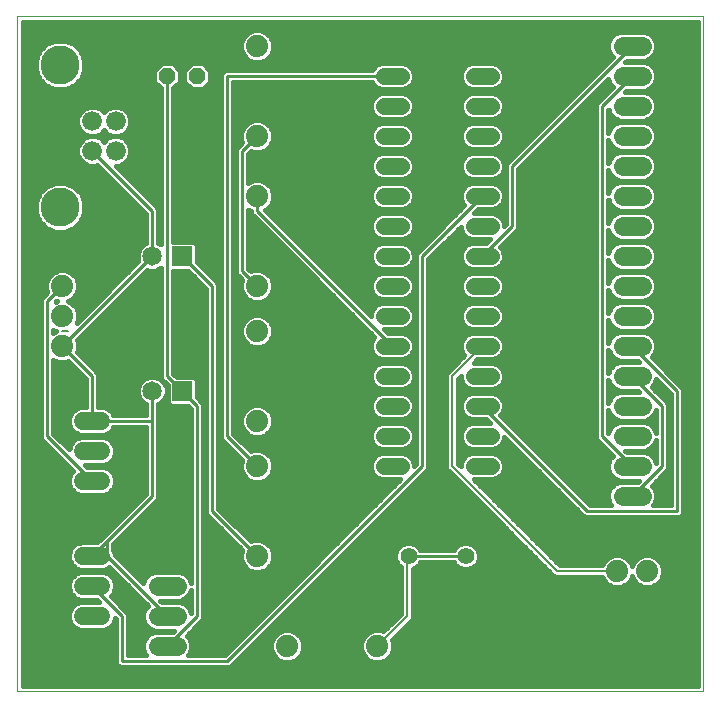
<source format=gtl>
G75*
G70*
%OFA0B0*%
%FSLAX24Y24*%
%IPPOS*%
%LPD*%
%AMOC8*
5,1,8,0,0,1.08239X$1,22.5*
%
%ADD10C,0.0000*%
%ADD11C,0.0560*%
%ADD12C,0.0640*%
%ADD13C,0.0650*%
%ADD14R,0.0650X0.0650*%
%ADD15OC8,0.0560*%
%ADD16C,0.0560*%
%ADD17C,0.0740*%
%ADD18C,0.0660*%
%ADD19C,0.1300*%
%ADD20C,0.0600*%
%ADD21C,0.0100*%
%ADD22C,0.0080*%
%ADD23C,0.0160*%
D10*
X002561Y000180D02*
X002561Y022676D01*
X025431Y022676D01*
X025431Y000180D01*
X002561Y000180D01*
D11*
X014781Y007680D02*
X015341Y007680D01*
X015341Y008680D02*
X014781Y008680D01*
X014781Y009680D02*
X015341Y009680D01*
X015341Y010680D02*
X014781Y010680D01*
X014781Y011680D02*
X015341Y011680D01*
X015341Y012680D02*
X014781Y012680D01*
X014781Y013680D02*
X015341Y013680D01*
X015341Y014680D02*
X014781Y014680D01*
X014781Y015680D02*
X015341Y015680D01*
X015341Y016680D02*
X014781Y016680D01*
X014781Y017680D02*
X015341Y017680D01*
X015341Y018680D02*
X014781Y018680D01*
X014781Y019680D02*
X015341Y019680D01*
X015341Y020680D02*
X014781Y020680D01*
X017781Y020680D02*
X018341Y020680D01*
X018341Y019680D02*
X017781Y019680D01*
X017781Y018680D02*
X018341Y018680D01*
X018341Y017680D02*
X017781Y017680D01*
X017781Y016680D02*
X018341Y016680D01*
X018341Y015680D02*
X017781Y015680D01*
X017781Y014680D02*
X018341Y014680D01*
X018341Y013680D02*
X017781Y013680D01*
X017781Y012680D02*
X018341Y012680D01*
X018341Y011680D02*
X017781Y011680D01*
X017781Y010680D02*
X018341Y010680D01*
X018341Y009680D02*
X017781Y009680D01*
X017781Y008680D02*
X018341Y008680D01*
X018341Y007680D02*
X017781Y007680D01*
D12*
X022741Y007680D02*
X023381Y007680D01*
X023381Y006680D02*
X022741Y006680D01*
X022741Y008680D02*
X023381Y008680D01*
X023381Y009680D02*
X022741Y009680D01*
X022741Y010680D02*
X023381Y010680D01*
X023381Y011680D02*
X022741Y011680D01*
X022741Y012680D02*
X023381Y012680D01*
X023381Y013680D02*
X022741Y013680D01*
X022741Y014680D02*
X023381Y014680D01*
X023381Y015680D02*
X022741Y015680D01*
X022741Y016680D02*
X023381Y016680D01*
X023381Y017680D02*
X022741Y017680D01*
X022741Y018680D02*
X023381Y018680D01*
X023381Y019680D02*
X022741Y019680D01*
X022741Y020680D02*
X023381Y020680D01*
X023381Y021680D02*
X022741Y021680D01*
X007881Y003680D02*
X007241Y003680D01*
X007241Y002680D02*
X007881Y002680D01*
X007881Y001680D02*
X007241Y001680D01*
D13*
X007061Y010180D03*
X007061Y014680D03*
D14*
X008061Y014680D03*
X008061Y010180D03*
D15*
X007561Y020680D03*
X008561Y020680D03*
D16*
X015611Y004680D03*
X017511Y004680D03*
D17*
X014561Y001680D03*
X011561Y001680D03*
X010561Y004680D03*
X010561Y007680D03*
X010561Y009180D03*
X010561Y012180D03*
X010561Y013680D03*
X010561Y016680D03*
X010561Y018680D03*
X010561Y021680D03*
X004061Y013680D03*
X004061Y012680D03*
X004061Y011680D03*
X022561Y004180D03*
X023561Y004180D03*
D18*
X005841Y018188D03*
X005061Y018188D03*
X005061Y019172D03*
X005841Y019172D03*
D19*
X003991Y021050D03*
X003991Y016310D03*
D20*
X004761Y009180D02*
X005361Y009180D01*
X005361Y008180D02*
X004761Y008180D01*
X004761Y007180D02*
X005361Y007180D01*
X005361Y004680D02*
X004761Y004680D01*
X004761Y003680D02*
X005361Y003680D01*
X005361Y002680D02*
X004761Y002680D01*
D21*
X005061Y003680D02*
X006061Y002680D01*
X006061Y001180D01*
X009561Y001180D01*
X016061Y007680D01*
X016061Y014680D01*
X018061Y016680D01*
X019061Y015680D02*
X018061Y014680D01*
X019061Y015680D02*
X019061Y017680D01*
X023061Y021680D01*
X023061Y020680D02*
X022061Y019680D01*
X022061Y008680D01*
X023061Y007680D01*
X023061Y006680D02*
X024061Y007680D01*
X024061Y009680D01*
X023061Y010680D01*
X023061Y011680D02*
X024561Y010180D01*
X024561Y006180D01*
X021561Y006180D01*
X018061Y009680D01*
X015061Y011680D02*
X010561Y016180D01*
X010561Y016680D01*
X010061Y018180D02*
X010061Y014180D01*
X010561Y013680D01*
X009061Y013680D02*
X009061Y006180D01*
X010561Y004680D01*
X008561Y002680D02*
X008561Y009680D01*
X008061Y010180D01*
X007561Y010680D01*
X007561Y020680D01*
X009561Y020680D02*
X009561Y008680D01*
X010561Y007680D01*
X007061Y006680D02*
X007061Y009180D01*
X005061Y009180D01*
X005061Y010680D01*
X004061Y011680D01*
X007061Y014680D01*
X007061Y016180D01*
X005061Y018180D01*
X005061Y018188D01*
X008061Y014680D02*
X009061Y013680D01*
X007061Y010180D02*
X007061Y009180D01*
X005061Y007180D02*
X003561Y008680D01*
X003561Y013180D01*
X004061Y013680D01*
X010061Y018180D02*
X010561Y018680D01*
X009561Y020680D02*
X015061Y020680D01*
X007061Y006680D02*
X005561Y005180D01*
X005561Y004680D01*
X007561Y002680D01*
X008561Y002680D02*
X007561Y001680D01*
X005061Y004680D02*
X005561Y005180D01*
X015561Y004680D02*
X015611Y004680D01*
X017511Y004680D01*
X017561Y004680D01*
D22*
X015561Y004680D02*
X015561Y002680D01*
X014561Y001680D01*
X020561Y004180D02*
X017061Y007680D01*
X017061Y010680D01*
X018061Y011680D01*
X020561Y004180D02*
X022561Y004180D01*
X004239Y012180D02*
X004061Y012180D01*
D23*
X003861Y012171D02*
X003771Y012134D01*
X003771Y012226D01*
X003861Y012189D01*
X003861Y012171D01*
X003351Y012102D02*
X002741Y012102D01*
X002741Y011944D02*
X003351Y011944D01*
X003351Y011785D02*
X002741Y011785D01*
X002741Y011627D02*
X003351Y011627D01*
X003351Y011468D02*
X002741Y011468D01*
X002741Y011310D02*
X003351Y011310D01*
X003351Y011151D02*
X002741Y011151D01*
X002741Y010993D02*
X003351Y010993D01*
X003351Y010834D02*
X002741Y010834D01*
X002741Y010676D02*
X003351Y010676D01*
X003351Y010517D02*
X002741Y010517D01*
X002741Y010359D02*
X003351Y010359D01*
X003351Y010200D02*
X002741Y010200D01*
X002741Y010042D02*
X003351Y010042D01*
X003351Y009883D02*
X002741Y009883D01*
X002741Y009725D02*
X003351Y009725D01*
X003351Y009566D02*
X002741Y009566D01*
X002741Y009408D02*
X003351Y009408D01*
X003351Y009249D02*
X002741Y009249D01*
X002741Y009091D02*
X003351Y009091D01*
X003351Y008932D02*
X002741Y008932D01*
X002741Y008774D02*
X003351Y008774D01*
X003351Y008615D02*
X002741Y008615D01*
X002741Y008457D02*
X003488Y008457D01*
X003351Y008593D02*
X004437Y007507D01*
X004371Y007441D01*
X004301Y007271D01*
X004301Y007088D01*
X004371Y006919D01*
X004501Y006790D01*
X004670Y006720D01*
X005453Y006720D01*
X005622Y006790D01*
X005751Y006919D01*
X005821Y007088D01*
X005821Y007271D01*
X005751Y007441D01*
X005622Y007570D01*
X005453Y007640D01*
X004898Y007640D01*
X004818Y007720D01*
X005453Y007720D01*
X005622Y007790D01*
X005751Y007919D01*
X005821Y008088D01*
X005821Y008271D01*
X005751Y008441D01*
X005622Y008570D01*
X005453Y008640D01*
X004670Y008640D01*
X004501Y008570D01*
X004371Y008441D01*
X004301Y008271D01*
X004301Y008237D01*
X003771Y008767D01*
X003771Y011226D01*
X003956Y011150D01*
X004167Y011150D01*
X004257Y011187D01*
X004851Y010593D01*
X004851Y009640D01*
X004670Y009640D01*
X004501Y009570D01*
X004371Y009441D01*
X004301Y009271D01*
X004301Y009088D01*
X004371Y008919D01*
X004501Y008790D01*
X004670Y008720D01*
X005453Y008720D01*
X005622Y008790D01*
X005751Y008919D01*
X005772Y008970D01*
X006851Y008970D01*
X006851Y006767D01*
X005474Y005390D01*
X005351Y005267D01*
X005224Y005140D01*
X004670Y005140D01*
X004501Y005070D01*
X004371Y004941D01*
X004301Y004771D01*
X004301Y004588D01*
X004371Y004419D01*
X004501Y004290D01*
X004670Y004220D01*
X005453Y004220D01*
X005622Y004290D01*
X005638Y004306D01*
X006913Y003031D01*
X006834Y002952D01*
X006761Y002775D01*
X006761Y002585D01*
X006834Y002408D01*
X006969Y002273D01*
X007146Y002200D01*
X007784Y002200D01*
X007744Y002160D01*
X007146Y002160D01*
X006969Y002087D01*
X006834Y001952D01*
X006761Y001775D01*
X006761Y001585D01*
X006834Y001408D01*
X006852Y001390D01*
X006271Y001390D01*
X006271Y002767D01*
X005685Y003353D01*
X005751Y003419D01*
X005821Y003588D01*
X005821Y003771D01*
X005751Y003941D01*
X005622Y004070D01*
X005453Y004140D01*
X004670Y004140D01*
X004501Y004070D01*
X004371Y003941D01*
X004301Y003771D01*
X004301Y003588D01*
X004371Y003419D01*
X004501Y003290D01*
X004670Y003220D01*
X005224Y003220D01*
X005304Y003140D01*
X004670Y003140D01*
X004501Y003070D01*
X004371Y002941D01*
X004301Y002771D01*
X004301Y002588D01*
X004371Y002419D01*
X004501Y002290D01*
X004670Y002220D01*
X005453Y002220D01*
X005622Y002290D01*
X005751Y002419D01*
X005821Y002588D01*
X005821Y002623D01*
X005851Y002593D01*
X005851Y001093D01*
X005974Y000970D01*
X009648Y000970D01*
X009771Y001093D01*
X016271Y007593D01*
X016271Y014593D01*
X017341Y015663D01*
X017341Y015592D01*
X017408Y015431D01*
X017532Y015307D01*
X017694Y015240D01*
X018324Y015240D01*
X018204Y015120D01*
X017694Y015120D01*
X017532Y015053D01*
X017408Y014929D01*
X017341Y014768D01*
X017341Y014592D01*
X017408Y014431D01*
X017532Y014307D01*
X017694Y014240D01*
X018429Y014240D01*
X018590Y014307D01*
X018714Y014431D01*
X018781Y014592D01*
X018781Y014768D01*
X018714Y014929D01*
X018661Y014983D01*
X019271Y015593D01*
X019271Y017593D01*
X022262Y020583D01*
X022334Y020408D01*
X022413Y020329D01*
X021974Y019890D01*
X021851Y019767D01*
X021851Y008593D01*
X022413Y008031D01*
X022334Y007952D01*
X022261Y007775D01*
X022261Y007585D01*
X022334Y007408D01*
X022469Y007273D01*
X022646Y007200D01*
X023284Y007200D01*
X023244Y007160D01*
X022646Y007160D01*
X022469Y007087D01*
X022334Y006952D01*
X022261Y006775D01*
X022261Y006585D01*
X022334Y006408D01*
X022352Y006390D01*
X021648Y006390D01*
X018661Y009377D01*
X018714Y009431D01*
X018781Y009592D01*
X018781Y009768D01*
X018714Y009929D01*
X018590Y010053D01*
X018429Y010120D01*
X017694Y010120D01*
X017532Y010053D01*
X017408Y009929D01*
X017341Y009768D01*
X017341Y009592D01*
X017408Y009431D01*
X017532Y009307D01*
X017694Y009240D01*
X018204Y009240D01*
X018324Y009120D01*
X017694Y009120D01*
X017532Y009053D01*
X017408Y008929D01*
X017341Y008768D01*
X017341Y008592D01*
X017408Y008431D01*
X017532Y008307D01*
X017694Y008240D01*
X018429Y008240D01*
X018590Y008307D01*
X018714Y008431D01*
X018781Y008592D01*
X018781Y008663D01*
X021351Y006093D01*
X021474Y005970D01*
X024648Y005970D01*
X024771Y006093D01*
X024771Y010267D01*
X023709Y011329D01*
X023788Y011408D01*
X023861Y011585D01*
X023861Y011775D01*
X023788Y011952D01*
X023653Y012087D01*
X023477Y012160D01*
X022646Y012160D01*
X022469Y012087D01*
X022334Y011952D01*
X022271Y011800D01*
X022271Y012560D01*
X022334Y012408D01*
X022469Y012273D01*
X022646Y012200D01*
X023477Y012200D01*
X023653Y012273D01*
X023788Y012408D01*
X023861Y012585D01*
X023861Y012775D01*
X023788Y012952D01*
X023653Y013087D01*
X023477Y013160D01*
X022646Y013160D01*
X022469Y013087D01*
X022334Y012952D01*
X022271Y012800D01*
X022271Y013560D01*
X022334Y013408D01*
X022469Y013273D01*
X022646Y013200D01*
X023477Y013200D01*
X023653Y013273D01*
X023788Y013408D01*
X023861Y013585D01*
X023861Y013775D01*
X023788Y013952D01*
X023653Y014087D01*
X023477Y014160D01*
X022646Y014160D01*
X022469Y014087D01*
X022334Y013952D01*
X022271Y013800D01*
X022271Y014560D01*
X022334Y014408D01*
X022469Y014273D01*
X022646Y014200D01*
X023477Y014200D01*
X023653Y014273D01*
X023788Y014408D01*
X023861Y014585D01*
X023861Y014775D01*
X023788Y014952D01*
X023653Y015087D01*
X023477Y015160D01*
X022646Y015160D01*
X022469Y015087D01*
X022334Y014952D01*
X022271Y014800D01*
X022271Y015560D01*
X022334Y015408D01*
X022469Y015273D01*
X022646Y015200D01*
X023477Y015200D01*
X023653Y015273D01*
X023788Y015408D01*
X023861Y015585D01*
X023861Y015775D01*
X023788Y015952D01*
X023653Y016087D01*
X023477Y016160D01*
X022646Y016160D01*
X022469Y016087D01*
X022334Y015952D01*
X022271Y015800D01*
X022271Y016560D01*
X022334Y016408D01*
X022469Y016273D01*
X022646Y016200D01*
X023477Y016200D01*
X023653Y016273D01*
X023788Y016408D01*
X023861Y016585D01*
X023861Y016775D01*
X023788Y016952D01*
X023653Y017087D01*
X023477Y017160D01*
X022646Y017160D01*
X022469Y017087D01*
X022334Y016952D01*
X022271Y016800D01*
X022271Y017560D01*
X022334Y017408D01*
X022469Y017273D01*
X022646Y017200D01*
X023477Y017200D01*
X023653Y017273D01*
X023788Y017408D01*
X023861Y017585D01*
X023861Y017775D01*
X023788Y017952D01*
X023653Y018087D01*
X023477Y018160D01*
X022646Y018160D01*
X022469Y018087D01*
X022334Y017952D01*
X022271Y017800D01*
X022271Y018560D01*
X022334Y018408D01*
X022469Y018273D01*
X022646Y018200D01*
X023477Y018200D01*
X023653Y018273D01*
X023788Y018408D01*
X023861Y018585D01*
X023861Y018775D01*
X023788Y018952D01*
X023653Y019087D01*
X023477Y019160D01*
X022646Y019160D01*
X022469Y019087D01*
X022334Y018952D01*
X022271Y018800D01*
X022271Y019560D01*
X022334Y019408D01*
X022469Y019273D01*
X022646Y019200D01*
X023477Y019200D01*
X023653Y019273D01*
X023788Y019408D01*
X023861Y019585D01*
X023861Y019775D01*
X023788Y019952D01*
X023653Y020087D01*
X023477Y020160D01*
X022838Y020160D01*
X022878Y020200D01*
X023477Y020200D01*
X023653Y020273D01*
X023788Y020408D01*
X023861Y020585D01*
X023861Y020775D01*
X023788Y020952D01*
X023653Y021087D01*
X023477Y021160D01*
X022838Y021160D01*
X022878Y021200D01*
X023477Y021200D01*
X023653Y021273D01*
X023788Y021408D01*
X023861Y021585D01*
X023861Y021775D01*
X023788Y021952D01*
X023653Y022087D01*
X023477Y022160D01*
X022646Y022160D01*
X022469Y022087D01*
X022334Y021952D01*
X022261Y021775D01*
X022261Y021585D01*
X022334Y021408D01*
X022413Y021329D01*
X018974Y017890D01*
X018851Y017767D01*
X018851Y015767D01*
X018781Y015697D01*
X018781Y015768D01*
X018714Y015929D01*
X018590Y016053D01*
X018429Y016120D01*
X017798Y016120D01*
X017918Y016240D01*
X018429Y016240D01*
X018590Y016307D01*
X018714Y016431D01*
X018781Y016592D01*
X018781Y016768D01*
X018714Y016929D01*
X018590Y017053D01*
X018429Y017120D01*
X017694Y017120D01*
X017532Y017053D01*
X017408Y016929D01*
X017341Y016768D01*
X017341Y016592D01*
X017408Y016431D01*
X017462Y016377D01*
X015974Y014890D01*
X015851Y014767D01*
X015851Y007767D01*
X015781Y007697D01*
X015781Y007768D01*
X015714Y007929D01*
X015590Y008053D01*
X015429Y008120D01*
X014694Y008120D01*
X014532Y008053D01*
X014408Y007929D01*
X014341Y007768D01*
X014341Y007592D01*
X014408Y007431D01*
X014532Y007307D01*
X014694Y007240D01*
X015324Y007240D01*
X009474Y001390D01*
X008270Y001390D01*
X008288Y001408D01*
X008361Y001585D01*
X008361Y001775D01*
X008288Y001952D01*
X008209Y002031D01*
X008648Y002470D01*
X008771Y002593D01*
X008771Y009767D01*
X008546Y009992D01*
X008546Y010571D01*
X008453Y010665D01*
X007873Y010665D01*
X007771Y010767D01*
X007771Y014195D01*
X008249Y014195D01*
X008851Y013593D01*
X008851Y006093D01*
X010069Y004876D01*
X010031Y004785D01*
X010031Y004575D01*
X010112Y004380D01*
X010261Y004231D01*
X010456Y004150D01*
X010667Y004150D01*
X010861Y004231D01*
X011011Y004380D01*
X011091Y004575D01*
X011091Y004785D01*
X011011Y004980D01*
X010861Y005129D01*
X010667Y005210D01*
X010456Y005210D01*
X010366Y005173D01*
X009271Y006267D01*
X009271Y013767D01*
X009148Y013890D01*
X008546Y014492D01*
X008546Y015071D01*
X008453Y015165D01*
X007771Y015165D01*
X007771Y020268D01*
X008001Y020498D01*
X008001Y020862D01*
X007744Y021120D01*
X007379Y021120D01*
X007121Y020862D01*
X007121Y020498D01*
X007351Y020268D01*
X007351Y015076D01*
X007336Y015091D01*
X007271Y015118D01*
X007271Y016267D01*
X007148Y016390D01*
X005840Y017698D01*
X005939Y017698D01*
X006119Y017772D01*
X006257Y017910D01*
X006331Y018090D01*
X006331Y018285D01*
X006257Y018465D01*
X006119Y018603D01*
X005939Y018678D01*
X005744Y018678D01*
X005564Y018603D01*
X005451Y018491D01*
X005339Y018603D01*
X005159Y018678D01*
X004964Y018678D01*
X004784Y018603D01*
X004646Y018465D01*
X004571Y018285D01*
X004571Y018090D01*
X004646Y017910D01*
X004784Y017772D01*
X004964Y017698D01*
X005159Y017698D01*
X005221Y017724D01*
X006851Y016093D01*
X006851Y015118D01*
X006787Y015091D01*
X006650Y014955D01*
X006576Y014776D01*
X006576Y014584D01*
X006603Y014519D01*
X004543Y012459D01*
X004591Y012575D01*
X004591Y012785D01*
X004511Y012980D01*
X004361Y013129D01*
X004239Y013180D01*
X004361Y013231D01*
X004511Y013380D01*
X004591Y013575D01*
X004591Y013785D01*
X004511Y013980D01*
X004361Y014129D01*
X004167Y014210D01*
X003956Y014210D01*
X003761Y014129D01*
X003612Y013980D01*
X003531Y013785D01*
X003531Y013575D01*
X003569Y013484D01*
X003474Y013390D01*
X003351Y013267D01*
X003351Y008593D01*
X003646Y008298D02*
X002741Y008298D01*
X002741Y008140D02*
X003805Y008140D01*
X003963Y007981D02*
X002741Y007981D01*
X002741Y007823D02*
X004122Y007823D01*
X004280Y007664D02*
X002741Y007664D01*
X002741Y007506D02*
X004436Y007506D01*
X004333Y007347D02*
X002741Y007347D01*
X002741Y007189D02*
X004301Y007189D01*
X004325Y007030D02*
X002741Y007030D01*
X002741Y006872D02*
X004419Y006872D01*
X004874Y007664D02*
X006851Y007664D01*
X006851Y007506D02*
X005686Y007506D01*
X005790Y007347D02*
X006851Y007347D01*
X006851Y007189D02*
X005821Y007189D01*
X005797Y007030D02*
X006851Y007030D01*
X006851Y006872D02*
X005703Y006872D01*
X006322Y006238D02*
X002741Y006238D01*
X002741Y006396D02*
X006480Y006396D01*
X006639Y006555D02*
X002741Y006555D01*
X002741Y006713D02*
X006797Y006713D01*
X007074Y006396D02*
X008351Y006396D01*
X008351Y006238D02*
X006916Y006238D01*
X006757Y006079D02*
X008351Y006079D01*
X008351Y005921D02*
X006599Y005921D01*
X006440Y005762D02*
X008351Y005762D01*
X008351Y005604D02*
X006282Y005604D01*
X006123Y005445D02*
X008351Y005445D01*
X008351Y005287D02*
X005965Y005287D01*
X005806Y005128D02*
X008351Y005128D01*
X008351Y004970D02*
X005771Y004970D01*
X005771Y004892D02*
X005771Y005093D01*
X007148Y006470D01*
X007148Y006470D01*
X007271Y006593D01*
X007271Y009742D01*
X007336Y009769D01*
X007472Y009905D01*
X007546Y010084D01*
X007546Y010276D01*
X007472Y010455D01*
X007336Y010591D01*
X007158Y010665D01*
X006965Y010665D01*
X006787Y010591D01*
X006650Y010455D01*
X006576Y010276D01*
X006576Y010084D01*
X006650Y009905D01*
X006787Y009769D01*
X006851Y009742D01*
X006851Y009390D01*
X005772Y009390D01*
X005751Y009441D01*
X005622Y009570D01*
X005453Y009640D01*
X005271Y009640D01*
X005271Y010767D01*
X005148Y010890D01*
X004554Y011484D01*
X004591Y011575D01*
X004591Y011785D01*
X007351Y011785D01*
X007351Y011627D02*
X004591Y011627D01*
X004591Y011785D02*
X004554Y011876D01*
X006900Y014222D01*
X006965Y014195D01*
X007158Y014195D01*
X007336Y014269D01*
X007351Y014284D01*
X007351Y010593D01*
X007576Y010368D01*
X007576Y009789D01*
X007670Y009695D01*
X008249Y009695D01*
X008351Y009593D01*
X008351Y003800D01*
X008288Y003952D01*
X008153Y004087D01*
X007977Y004160D01*
X007146Y004160D01*
X006969Y004087D01*
X006834Y003952D01*
X006762Y003777D01*
X005821Y004717D01*
X005821Y004771D01*
X005771Y004892D01*
X005805Y004811D02*
X008351Y004811D01*
X008351Y004653D02*
X005886Y004653D01*
X006044Y004494D02*
X008351Y004494D01*
X008351Y004336D02*
X006203Y004336D01*
X006361Y004177D02*
X008351Y004177D01*
X008351Y004019D02*
X008222Y004019D01*
X008326Y003860D02*
X008351Y003860D01*
X008351Y003560D02*
X008351Y002800D01*
X008288Y002952D01*
X008153Y003087D01*
X007977Y003160D01*
X007378Y003160D01*
X007338Y003200D01*
X007977Y003200D01*
X008153Y003273D01*
X008288Y003408D01*
X008351Y003560D01*
X008351Y003543D02*
X008344Y003543D01*
X008351Y003385D02*
X008265Y003385D01*
X008351Y003226D02*
X008040Y003226D01*
X008173Y003068D02*
X008351Y003068D01*
X008351Y002909D02*
X008306Y002909D01*
X008771Y002909D02*
X010993Y002909D01*
X010835Y002751D02*
X008771Y002751D01*
X008770Y002592D02*
X010676Y002592D01*
X010518Y002434D02*
X008612Y002434D01*
X008453Y002275D02*
X010359Y002275D01*
X010201Y002117D02*
X008295Y002117D01*
X008282Y001958D02*
X010042Y001958D01*
X009884Y001800D02*
X008351Y001800D01*
X008361Y001641D02*
X009725Y001641D01*
X009567Y001483D02*
X008319Y001483D01*
X007041Y002117D02*
X006271Y002117D01*
X006271Y002275D02*
X006967Y002275D01*
X006824Y002434D02*
X006271Y002434D01*
X006271Y002592D02*
X006761Y002592D01*
X006761Y002751D02*
X006271Y002751D01*
X006129Y002909D02*
X006817Y002909D01*
X006877Y003068D02*
X005971Y003068D01*
X005812Y003226D02*
X006718Y003226D01*
X006560Y003385D02*
X005716Y003385D01*
X005802Y003543D02*
X006401Y003543D01*
X006243Y003702D02*
X005821Y003702D01*
X005785Y003860D02*
X006084Y003860D01*
X005926Y004019D02*
X005673Y004019D01*
X005767Y004177D02*
X002741Y004177D01*
X002741Y004019D02*
X004449Y004019D01*
X004338Y003860D02*
X002741Y003860D01*
X002741Y003702D02*
X004301Y003702D01*
X004320Y003543D02*
X002741Y003543D01*
X002741Y003385D02*
X004406Y003385D01*
X004655Y003226D02*
X002741Y003226D01*
X002741Y003068D02*
X004498Y003068D01*
X004358Y002909D02*
X002741Y002909D01*
X002741Y002751D02*
X004301Y002751D01*
X004301Y002592D02*
X002741Y002592D01*
X002741Y002434D02*
X004365Y002434D01*
X004537Y002275D02*
X002741Y002275D01*
X002741Y002117D02*
X005851Y002117D01*
X005851Y002275D02*
X005586Y002275D01*
X005757Y002434D02*
X005851Y002434D01*
X005851Y002592D02*
X005821Y002592D01*
X005851Y001958D02*
X002741Y001958D01*
X002741Y001800D02*
X005851Y001800D01*
X005851Y001641D02*
X002741Y001641D01*
X002741Y001483D02*
X005851Y001483D01*
X005851Y001324D02*
X002741Y001324D01*
X002741Y001166D02*
X005851Y001166D01*
X005937Y001007D02*
X002741Y001007D01*
X002741Y000849D02*
X025251Y000849D01*
X025251Y001007D02*
X009685Y001007D01*
X009844Y001166D02*
X011418Y001166D01*
X011456Y001150D02*
X011667Y001150D01*
X011861Y001231D01*
X012011Y001380D01*
X012091Y001575D01*
X012091Y001785D01*
X012011Y001980D01*
X011861Y002129D01*
X011667Y002210D01*
X011456Y002210D01*
X011261Y002129D01*
X011112Y001980D01*
X011031Y001785D01*
X011031Y001575D01*
X011112Y001380D01*
X011261Y001231D01*
X011456Y001150D01*
X011704Y001166D02*
X014418Y001166D01*
X014456Y001150D02*
X014667Y001150D01*
X014861Y001231D01*
X015011Y001380D01*
X015091Y001575D01*
X015091Y001785D01*
X015050Y001886D01*
X015644Y002480D01*
X015761Y002597D01*
X015761Y004266D01*
X015860Y004307D01*
X015984Y004431D01*
X016001Y004470D01*
X017122Y004470D01*
X017138Y004431D01*
X017262Y004307D01*
X017424Y004240D01*
X017599Y004240D01*
X017760Y004307D01*
X017884Y004431D01*
X017951Y004592D01*
X017951Y004768D01*
X017884Y004929D01*
X017760Y005053D01*
X017599Y005120D01*
X017424Y005120D01*
X017262Y005053D01*
X017138Y004929D01*
X017122Y004890D01*
X016001Y004890D01*
X015984Y004929D01*
X015860Y005053D01*
X015699Y005120D01*
X015524Y005120D01*
X015362Y005053D01*
X015238Y004929D01*
X015171Y004768D01*
X015171Y004592D01*
X015238Y004431D01*
X015361Y004308D01*
X015361Y002763D01*
X014767Y002168D01*
X014667Y002210D01*
X014456Y002210D01*
X014261Y002129D01*
X014112Y001980D01*
X014031Y001785D01*
X014031Y001575D01*
X014112Y001380D01*
X014261Y001231D01*
X014456Y001150D01*
X014704Y001166D02*
X025251Y001166D01*
X025251Y001324D02*
X014955Y001324D01*
X015053Y001483D02*
X025251Y001483D01*
X025251Y001641D02*
X015091Y001641D01*
X015085Y001800D02*
X025251Y001800D01*
X025251Y001958D02*
X015122Y001958D01*
X015281Y002117D02*
X025251Y002117D01*
X025251Y002275D02*
X015439Y002275D01*
X015598Y002434D02*
X025251Y002434D01*
X025251Y002592D02*
X015756Y002592D01*
X015761Y002751D02*
X025251Y002751D01*
X025251Y002909D02*
X015761Y002909D01*
X015761Y003068D02*
X025251Y003068D01*
X025251Y003226D02*
X015761Y003226D01*
X015761Y003385D02*
X025251Y003385D01*
X025251Y003543D02*
X015761Y003543D01*
X015761Y003702D02*
X022331Y003702D01*
X022261Y003731D02*
X022456Y003650D01*
X022667Y003650D01*
X022861Y003731D01*
X023011Y003880D01*
X023061Y004002D01*
X023112Y003880D01*
X023261Y003731D01*
X023456Y003650D01*
X023667Y003650D01*
X023861Y003731D01*
X024011Y003880D01*
X024091Y004075D01*
X024091Y004285D01*
X024011Y004480D01*
X023861Y004629D01*
X023667Y004710D01*
X023456Y004710D01*
X023261Y004629D01*
X023112Y004480D01*
X023061Y004358D01*
X023011Y004480D01*
X022861Y004629D01*
X022667Y004710D01*
X022456Y004710D01*
X022261Y004629D01*
X022112Y004480D01*
X022070Y004380D01*
X020644Y004380D01*
X017784Y007240D01*
X018429Y007240D01*
X018590Y007307D01*
X018714Y007431D01*
X018781Y007592D01*
X018781Y007768D01*
X018714Y007929D01*
X018590Y008053D01*
X018429Y008120D01*
X017694Y008120D01*
X017532Y008053D01*
X017408Y007929D01*
X017341Y007768D01*
X017341Y007683D01*
X017261Y007763D01*
X017261Y010597D01*
X017341Y010677D01*
X017341Y010592D01*
X017408Y010431D01*
X017532Y010307D01*
X017694Y010240D01*
X018429Y010240D01*
X018590Y010307D01*
X018714Y010431D01*
X018781Y010592D01*
X018781Y010768D01*
X018714Y010929D01*
X018590Y011053D01*
X018429Y011120D01*
X017784Y011120D01*
X017904Y011240D01*
X018429Y011240D01*
X018590Y011307D01*
X018714Y011431D01*
X018781Y011592D01*
X018781Y011768D01*
X018714Y011929D01*
X018590Y012053D01*
X018429Y012120D01*
X017694Y012120D01*
X017532Y012053D01*
X017408Y011929D01*
X017341Y011768D01*
X017341Y011592D01*
X017408Y011431D01*
X017469Y011370D01*
X016978Y010880D01*
X016861Y010763D01*
X016861Y007597D01*
X016978Y007480D01*
X016978Y007480D01*
X020361Y004097D01*
X020478Y003980D01*
X022070Y003980D01*
X022112Y003880D01*
X022261Y003731D01*
X022132Y003860D02*
X015761Y003860D01*
X015761Y004019D02*
X020440Y004019D01*
X020361Y004097D02*
X020361Y004097D01*
X020281Y004177D02*
X015761Y004177D01*
X015889Y004336D02*
X017233Y004336D01*
X017789Y004336D02*
X020123Y004336D01*
X019964Y004494D02*
X017910Y004494D01*
X017951Y004653D02*
X019806Y004653D01*
X019647Y004811D02*
X017933Y004811D01*
X017844Y004970D02*
X019489Y004970D01*
X019330Y005128D02*
X013806Y005128D01*
X013648Y004970D02*
X015279Y004970D01*
X015189Y004811D02*
X013489Y004811D01*
X013331Y004653D02*
X015171Y004653D01*
X015212Y004494D02*
X013172Y004494D01*
X013014Y004336D02*
X015333Y004336D01*
X015361Y004177D02*
X012855Y004177D01*
X012697Y004019D02*
X015361Y004019D01*
X015361Y003860D02*
X012538Y003860D01*
X012380Y003702D02*
X015361Y003702D01*
X015361Y003543D02*
X012221Y003543D01*
X012063Y003385D02*
X015361Y003385D01*
X015361Y003226D02*
X011904Y003226D01*
X011746Y003068D02*
X015361Y003068D01*
X015361Y002909D02*
X011587Y002909D01*
X011429Y002751D02*
X015349Y002751D01*
X015190Y002592D02*
X011270Y002592D01*
X011112Y002434D02*
X015032Y002434D01*
X014873Y002275D02*
X010953Y002275D01*
X010795Y002117D02*
X011248Y002117D01*
X011103Y001958D02*
X010636Y001958D01*
X010478Y001800D02*
X011037Y001800D01*
X011031Y001641D02*
X010319Y001641D01*
X010161Y001483D02*
X011069Y001483D01*
X011168Y001324D02*
X010002Y001324D01*
X011955Y001324D02*
X014168Y001324D01*
X014069Y001483D02*
X012053Y001483D01*
X012091Y001641D02*
X014031Y001641D01*
X014037Y001800D02*
X012085Y001800D01*
X012020Y001958D02*
X014103Y001958D01*
X014248Y002117D02*
X011874Y002117D01*
X011152Y003068D02*
X008771Y003068D01*
X008771Y003226D02*
X011310Y003226D01*
X011469Y003385D02*
X008771Y003385D01*
X008771Y003543D02*
X011627Y003543D01*
X011786Y003702D02*
X008771Y003702D01*
X008771Y003860D02*
X011944Y003860D01*
X012103Y004019D02*
X008771Y004019D01*
X008771Y004177D02*
X010391Y004177D01*
X010156Y004336D02*
X008771Y004336D01*
X008771Y004494D02*
X010065Y004494D01*
X010031Y004653D02*
X008771Y004653D01*
X008771Y004811D02*
X010042Y004811D01*
X009975Y004970D02*
X008771Y004970D01*
X008771Y005128D02*
X009816Y005128D01*
X009658Y005287D02*
X008771Y005287D01*
X008771Y005445D02*
X009499Y005445D01*
X009341Y005604D02*
X008771Y005604D01*
X008771Y005762D02*
X009182Y005762D01*
X009024Y005921D02*
X008771Y005921D01*
X008771Y006079D02*
X008865Y006079D01*
X008851Y006238D02*
X008771Y006238D01*
X008771Y006396D02*
X008851Y006396D01*
X008851Y006555D02*
X008771Y006555D01*
X008771Y006713D02*
X008851Y006713D01*
X008851Y006872D02*
X008771Y006872D01*
X008771Y007030D02*
X008851Y007030D01*
X008851Y007189D02*
X008771Y007189D01*
X008771Y007347D02*
X008851Y007347D01*
X008851Y007506D02*
X008771Y007506D01*
X008771Y007664D02*
X008851Y007664D01*
X008851Y007823D02*
X008771Y007823D01*
X008771Y007981D02*
X008851Y007981D01*
X008851Y008140D02*
X008771Y008140D01*
X008771Y008298D02*
X008851Y008298D01*
X008851Y008457D02*
X008771Y008457D01*
X008771Y008615D02*
X008851Y008615D01*
X008851Y008774D02*
X008771Y008774D01*
X008771Y008932D02*
X008851Y008932D01*
X008851Y009091D02*
X008771Y009091D01*
X008771Y009249D02*
X008851Y009249D01*
X008851Y009408D02*
X008771Y009408D01*
X008771Y009566D02*
X008851Y009566D01*
X008851Y009725D02*
X008771Y009725D01*
X008851Y009883D02*
X008655Y009883D01*
X008546Y010042D02*
X008851Y010042D01*
X008851Y010200D02*
X008546Y010200D01*
X008546Y010359D02*
X008851Y010359D01*
X008851Y010517D02*
X008546Y010517D01*
X008851Y010676D02*
X007863Y010676D01*
X007771Y010834D02*
X008851Y010834D01*
X008851Y010993D02*
X007771Y010993D01*
X007771Y011151D02*
X008851Y011151D01*
X008851Y011310D02*
X007771Y011310D01*
X007771Y011468D02*
X008851Y011468D01*
X008851Y011627D02*
X007771Y011627D01*
X007771Y011785D02*
X008851Y011785D01*
X008851Y011944D02*
X007771Y011944D01*
X007771Y012102D02*
X008851Y012102D01*
X008851Y012261D02*
X007771Y012261D01*
X007771Y012419D02*
X008851Y012419D01*
X008851Y012578D02*
X007771Y012578D01*
X007771Y012736D02*
X008851Y012736D01*
X008851Y012895D02*
X007771Y012895D01*
X007771Y013053D02*
X008851Y013053D01*
X008851Y013212D02*
X007771Y013212D01*
X007771Y013370D02*
X008851Y013370D01*
X008851Y013529D02*
X007771Y013529D01*
X007771Y013687D02*
X008757Y013687D01*
X008599Y013846D02*
X007771Y013846D01*
X007771Y014004D02*
X008440Y014004D01*
X008282Y014163D02*
X007771Y014163D01*
X007351Y014163D02*
X006841Y014163D01*
X006682Y014004D02*
X007351Y014004D01*
X007351Y013846D02*
X006524Y013846D01*
X006365Y013687D02*
X007351Y013687D01*
X007351Y013529D02*
X006207Y013529D01*
X006048Y013370D02*
X007351Y013370D01*
X007351Y013212D02*
X005890Y013212D01*
X005731Y013053D02*
X007351Y013053D01*
X007351Y012895D02*
X005573Y012895D01*
X005414Y012736D02*
X007351Y012736D01*
X007351Y012578D02*
X005256Y012578D01*
X005097Y012419D02*
X007351Y012419D01*
X007351Y012261D02*
X004939Y012261D01*
X004780Y012102D02*
X007351Y012102D01*
X007351Y011944D02*
X004622Y011944D01*
X004570Y011468D02*
X007351Y011468D01*
X007351Y011310D02*
X004729Y011310D01*
X004887Y011151D02*
X007351Y011151D01*
X007351Y010993D02*
X005046Y010993D01*
X005204Y010834D02*
X007351Y010834D01*
X007351Y010676D02*
X005271Y010676D01*
X005271Y010517D02*
X006712Y010517D01*
X006610Y010359D02*
X005271Y010359D01*
X005271Y010200D02*
X006576Y010200D01*
X006594Y010042D02*
X005271Y010042D01*
X005271Y009883D02*
X006672Y009883D01*
X006851Y009725D02*
X005271Y009725D01*
X004851Y009725D02*
X003771Y009725D01*
X003771Y009883D02*
X004851Y009883D01*
X004851Y010042D02*
X003771Y010042D01*
X003771Y010200D02*
X004851Y010200D01*
X004851Y010359D02*
X003771Y010359D01*
X003771Y010517D02*
X004851Y010517D01*
X004769Y010676D02*
X003771Y010676D01*
X003771Y010834D02*
X004610Y010834D01*
X004452Y010993D02*
X003771Y010993D01*
X003771Y011151D02*
X003953Y011151D01*
X004169Y011151D02*
X004293Y011151D01*
X003351Y012261D02*
X002741Y012261D01*
X002741Y012419D02*
X003351Y012419D01*
X003351Y012578D02*
X002741Y012578D01*
X002741Y012736D02*
X003351Y012736D01*
X003351Y012895D02*
X002741Y012895D01*
X002741Y013053D02*
X003351Y013053D01*
X003351Y013212D02*
X002741Y013212D01*
X002741Y013370D02*
X003454Y013370D01*
X003550Y013529D02*
X002741Y013529D01*
X002741Y013687D02*
X003531Y013687D01*
X003556Y013846D02*
X002741Y013846D01*
X002741Y014004D02*
X003636Y014004D01*
X003841Y014163D02*
X002741Y014163D01*
X002741Y014321D02*
X006405Y014321D01*
X006247Y014163D02*
X004281Y014163D01*
X004487Y014004D02*
X006088Y014004D01*
X005930Y013846D02*
X004566Y013846D01*
X004591Y013687D02*
X005771Y013687D01*
X005613Y013529D02*
X004572Y013529D01*
X004501Y013370D02*
X005454Y013370D01*
X005296Y013212D02*
X004315Y013212D01*
X004438Y013053D02*
X005137Y013053D01*
X004979Y012895D02*
X004546Y012895D01*
X004591Y012736D02*
X004820Y012736D01*
X004662Y012578D02*
X004591Y012578D01*
X003883Y013180D02*
X003866Y013187D01*
X003840Y013162D01*
X003883Y013180D01*
X002741Y014480D02*
X006564Y014480D01*
X006576Y014638D02*
X002741Y014638D01*
X002741Y014797D02*
X006585Y014797D01*
X006650Y014955D02*
X002741Y014955D01*
X002741Y015114D02*
X006841Y015114D01*
X006851Y015272D02*
X002741Y015272D01*
X002741Y015431D02*
X006851Y015431D01*
X006851Y015589D02*
X004367Y015589D01*
X004450Y015623D02*
X004678Y015851D01*
X004801Y016149D01*
X004801Y016471D01*
X004678Y016769D01*
X004450Y016997D01*
X004152Y017120D01*
X003830Y017120D01*
X003532Y016997D01*
X003305Y016769D01*
X003181Y016471D01*
X003181Y016149D01*
X003305Y015851D01*
X003532Y015623D01*
X003830Y015500D01*
X004152Y015500D01*
X004450Y015623D01*
X004574Y015748D02*
X006851Y015748D01*
X006851Y015906D02*
X004701Y015906D01*
X004766Y016065D02*
X006851Y016065D01*
X006721Y016223D02*
X004801Y016223D01*
X004801Y016382D02*
X006563Y016382D01*
X006404Y016540D02*
X004773Y016540D01*
X004707Y016699D02*
X006246Y016699D01*
X006087Y016857D02*
X004590Y016857D01*
X004405Y017016D02*
X005929Y017016D01*
X005770Y017174D02*
X002741Y017174D01*
X002741Y017016D02*
X003578Y017016D01*
X003393Y016857D02*
X002741Y016857D01*
X002741Y016699D02*
X003275Y016699D01*
X003210Y016540D02*
X002741Y016540D01*
X002741Y016382D02*
X003181Y016382D01*
X003181Y016223D02*
X002741Y016223D01*
X002741Y016065D02*
X003216Y016065D01*
X003282Y015906D02*
X002741Y015906D01*
X002741Y015748D02*
X003408Y015748D01*
X003615Y015589D02*
X002741Y015589D01*
X002741Y017333D02*
X005612Y017333D01*
X005453Y017491D02*
X002741Y017491D01*
X002741Y017650D02*
X005295Y017650D01*
X004748Y017808D02*
X002741Y017808D01*
X002741Y017967D02*
X004623Y017967D01*
X004571Y018125D02*
X002741Y018125D01*
X002741Y018284D02*
X004571Y018284D01*
X004636Y018442D02*
X002741Y018442D01*
X002741Y018601D02*
X004781Y018601D01*
X004784Y018757D02*
X004964Y018682D01*
X005159Y018682D01*
X005339Y018757D01*
X005451Y018869D01*
X005564Y018757D01*
X005744Y018682D01*
X005939Y018682D01*
X006119Y018757D01*
X006257Y018895D01*
X006331Y019075D01*
X006331Y019270D01*
X006257Y019450D01*
X006119Y019588D01*
X005939Y019662D01*
X005744Y019662D01*
X005564Y019588D01*
X005451Y019475D01*
X005339Y019588D01*
X005159Y019662D01*
X004964Y019662D01*
X004784Y019588D01*
X004646Y019450D01*
X004571Y019270D01*
X004571Y019075D01*
X004646Y018895D01*
X004784Y018757D01*
X004781Y018759D02*
X002741Y018759D01*
X002741Y018918D02*
X004636Y018918D01*
X004571Y019076D02*
X002741Y019076D01*
X002741Y019235D02*
X004571Y019235D01*
X004622Y019393D02*
X002741Y019393D01*
X002741Y019552D02*
X004748Y019552D01*
X005375Y019552D02*
X005528Y019552D01*
X006155Y019552D02*
X007351Y019552D01*
X007351Y019710D02*
X002741Y019710D01*
X002741Y019869D02*
X007351Y019869D01*
X007351Y020027D02*
X002741Y020027D01*
X002741Y020186D02*
X007351Y020186D01*
X007275Y020344D02*
X004404Y020344D01*
X004450Y020363D02*
X004678Y020591D01*
X004801Y020889D01*
X004801Y021211D01*
X004678Y021509D01*
X004450Y021737D01*
X004152Y021860D01*
X003830Y021860D01*
X003532Y021737D01*
X003305Y021509D01*
X003181Y021211D01*
X003181Y020889D01*
X003305Y020591D01*
X003532Y020363D01*
X003830Y020240D01*
X004152Y020240D01*
X004450Y020363D01*
X004589Y020503D02*
X007121Y020503D01*
X007121Y020661D02*
X004707Y020661D01*
X004773Y020820D02*
X007121Y020820D01*
X007237Y020978D02*
X004801Y020978D01*
X004801Y021137D02*
X022221Y021137D01*
X022379Y021295D02*
X010926Y021295D01*
X010861Y021231D02*
X011011Y021380D01*
X011091Y021575D01*
X011091Y021785D01*
X011011Y021980D01*
X010861Y022129D01*
X010667Y022210D01*
X010456Y022210D01*
X010261Y022129D01*
X010112Y021980D01*
X010031Y021785D01*
X010031Y021575D01*
X010112Y021380D01*
X010261Y021231D01*
X010456Y021150D01*
X010667Y021150D01*
X010861Y021231D01*
X011041Y021454D02*
X022316Y021454D01*
X022261Y021612D02*
X011091Y021612D01*
X011091Y021771D02*
X022261Y021771D01*
X022325Y021929D02*
X011032Y021929D01*
X010903Y022088D02*
X022471Y022088D01*
X023652Y022088D02*
X025251Y022088D01*
X025251Y022246D02*
X002741Y022246D01*
X002741Y022088D02*
X010219Y022088D01*
X010091Y021929D02*
X002741Y021929D01*
X002741Y021771D02*
X003614Y021771D01*
X003408Y021612D02*
X002741Y021612D01*
X002741Y021454D02*
X003282Y021454D01*
X003216Y021295D02*
X002741Y021295D01*
X002741Y021137D02*
X003181Y021137D01*
X003181Y020978D02*
X002741Y020978D01*
X002741Y020820D02*
X003210Y020820D01*
X003276Y020661D02*
X002741Y020661D01*
X002741Y020503D02*
X003393Y020503D01*
X003579Y020344D02*
X002741Y020344D01*
X004368Y021771D02*
X010031Y021771D01*
X010031Y021612D02*
X004575Y021612D01*
X004701Y021454D02*
X010081Y021454D01*
X010197Y021295D02*
X004766Y021295D01*
X002741Y022405D02*
X025251Y022405D01*
X025251Y022496D02*
X025251Y000360D01*
X002741Y000360D01*
X002741Y022496D01*
X025251Y022496D01*
X025251Y021929D02*
X023798Y021929D01*
X023861Y021771D02*
X025251Y021771D01*
X025251Y021612D02*
X023861Y021612D01*
X023807Y021454D02*
X025251Y021454D01*
X025251Y021295D02*
X023675Y021295D01*
X023533Y021137D02*
X025251Y021137D01*
X025251Y020978D02*
X023762Y020978D01*
X023843Y020820D02*
X025251Y020820D01*
X025251Y020661D02*
X023861Y020661D01*
X023827Y020503D02*
X025251Y020503D01*
X025251Y020344D02*
X023724Y020344D01*
X023713Y020027D02*
X025251Y020027D01*
X025251Y019869D02*
X023823Y019869D01*
X023861Y019710D02*
X025251Y019710D01*
X025251Y019552D02*
X023848Y019552D01*
X023773Y019393D02*
X025251Y019393D01*
X025251Y019235D02*
X023560Y019235D01*
X023664Y019076D02*
X025251Y019076D01*
X025251Y018918D02*
X023802Y018918D01*
X023861Y018759D02*
X025251Y018759D01*
X025251Y018601D02*
X023861Y018601D01*
X023802Y018442D02*
X025251Y018442D01*
X025251Y018284D02*
X023664Y018284D01*
X023561Y018125D02*
X025251Y018125D01*
X025251Y017967D02*
X023774Y017967D01*
X023848Y017808D02*
X025251Y017808D01*
X025251Y017650D02*
X023861Y017650D01*
X023823Y017491D02*
X025251Y017491D01*
X025251Y017333D02*
X023713Y017333D01*
X023725Y017016D02*
X025251Y017016D01*
X025251Y017174D02*
X022271Y017174D01*
X022271Y017016D02*
X022398Y017016D01*
X022295Y016857D02*
X022271Y016857D01*
X022271Y016540D02*
X022280Y016540D01*
X022271Y016382D02*
X022361Y016382D01*
X022271Y016223D02*
X022590Y016223D01*
X022447Y016065D02*
X022271Y016065D01*
X022271Y015906D02*
X022315Y015906D01*
X021851Y015906D02*
X019271Y015906D01*
X019271Y015748D02*
X021851Y015748D01*
X021851Y015589D02*
X019267Y015589D01*
X019109Y015431D02*
X021851Y015431D01*
X021851Y015272D02*
X018950Y015272D01*
X018792Y015114D02*
X021851Y015114D01*
X021851Y014955D02*
X018688Y014955D01*
X018769Y014797D02*
X021851Y014797D01*
X021851Y014638D02*
X018781Y014638D01*
X018734Y014480D02*
X021851Y014480D01*
X021851Y014321D02*
X018605Y014321D01*
X018429Y014120D02*
X018590Y014053D01*
X018714Y013929D01*
X018781Y013768D01*
X018781Y013592D01*
X018714Y013431D01*
X018590Y013307D01*
X018429Y013240D01*
X017694Y013240D01*
X017532Y013307D01*
X017408Y013431D01*
X017341Y013592D01*
X017341Y013768D01*
X017408Y013929D01*
X017532Y014053D01*
X017694Y014120D01*
X018429Y014120D01*
X018639Y014004D02*
X021851Y014004D01*
X021851Y013846D02*
X018749Y013846D01*
X018781Y013687D02*
X021851Y013687D01*
X021851Y013529D02*
X018755Y013529D01*
X018654Y013370D02*
X021851Y013370D01*
X021851Y013212D02*
X016271Y013212D01*
X016271Y013370D02*
X017469Y013370D01*
X017368Y013529D02*
X016271Y013529D01*
X016271Y013687D02*
X017341Y013687D01*
X017374Y013846D02*
X016271Y013846D01*
X016271Y014004D02*
X017483Y014004D01*
X017518Y014321D02*
X016271Y014321D01*
X016271Y014163D02*
X021851Y014163D01*
X022271Y014163D02*
X025251Y014163D01*
X025251Y014321D02*
X023701Y014321D01*
X023818Y014480D02*
X025251Y014480D01*
X025251Y014638D02*
X023861Y014638D01*
X023853Y014797D02*
X025251Y014797D01*
X025251Y014955D02*
X023785Y014955D01*
X023589Y015114D02*
X025251Y015114D01*
X025251Y015272D02*
X023651Y015272D01*
X023797Y015431D02*
X025251Y015431D01*
X025251Y015589D02*
X023861Y015589D01*
X023861Y015748D02*
X025251Y015748D01*
X025251Y015906D02*
X023807Y015906D01*
X023676Y016065D02*
X025251Y016065D01*
X025251Y016223D02*
X023532Y016223D01*
X023762Y016382D02*
X025251Y016382D01*
X025251Y016540D02*
X023843Y016540D01*
X023861Y016699D02*
X025251Y016699D01*
X025251Y016857D02*
X023827Y016857D01*
X022410Y017333D02*
X022271Y017333D01*
X022271Y017491D02*
X022300Y017491D01*
X022275Y017808D02*
X022271Y017808D01*
X022271Y017967D02*
X022349Y017967D01*
X022271Y018125D02*
X022561Y018125D01*
X022459Y018284D02*
X022271Y018284D01*
X022271Y018442D02*
X022320Y018442D01*
X021851Y018442D02*
X020120Y018442D01*
X019962Y018284D02*
X021851Y018284D01*
X021851Y018125D02*
X019803Y018125D01*
X019645Y017967D02*
X021851Y017967D01*
X021851Y017808D02*
X019486Y017808D01*
X019328Y017650D02*
X021851Y017650D01*
X021851Y017491D02*
X019271Y017491D01*
X019271Y017333D02*
X021851Y017333D01*
X021851Y017174D02*
X019271Y017174D01*
X019271Y017016D02*
X021851Y017016D01*
X021851Y016857D02*
X019271Y016857D01*
X019271Y016699D02*
X021851Y016699D01*
X021851Y016540D02*
X019271Y016540D01*
X019271Y016382D02*
X021851Y016382D01*
X021851Y016223D02*
X019271Y016223D01*
X019271Y016065D02*
X021851Y016065D01*
X022271Y015431D02*
X022325Y015431D01*
X022271Y015272D02*
X022472Y015272D01*
X022534Y015114D02*
X022271Y015114D01*
X022271Y014955D02*
X022337Y014955D01*
X022305Y014480D02*
X022271Y014480D01*
X022271Y014321D02*
X022421Y014321D01*
X022386Y014004D02*
X022271Y014004D01*
X022271Y013846D02*
X022290Y013846D01*
X022271Y013529D02*
X022284Y013529D01*
X022271Y013370D02*
X022372Y013370D01*
X022271Y013212D02*
X022618Y013212D01*
X022435Y013053D02*
X022271Y013053D01*
X022271Y012895D02*
X022311Y012895D01*
X021851Y012895D02*
X018729Y012895D01*
X018714Y012929D02*
X018590Y013053D01*
X021851Y013053D01*
X021851Y012736D02*
X018781Y012736D01*
X018781Y012768D02*
X018714Y012929D01*
X018781Y012768D02*
X018781Y012592D01*
X018714Y012431D01*
X018590Y012307D01*
X018429Y012240D01*
X017694Y012240D01*
X017532Y012307D01*
X017408Y012431D01*
X017341Y012592D01*
X017341Y012768D01*
X017408Y012929D01*
X017532Y013053D01*
X017694Y013120D01*
X018429Y013120D01*
X018590Y013053D01*
X018775Y012578D02*
X021851Y012578D01*
X021851Y012419D02*
X018703Y012419D01*
X018478Y012261D02*
X021851Y012261D01*
X021851Y012102D02*
X018472Y012102D01*
X018700Y011944D02*
X021851Y011944D01*
X021851Y011785D02*
X018774Y011785D01*
X018781Y011627D02*
X021851Y011627D01*
X021851Y011468D02*
X018730Y011468D01*
X018593Y011310D02*
X021851Y011310D01*
X021851Y011151D02*
X017815Y011151D01*
X017408Y011310D02*
X016271Y011310D01*
X016271Y011468D02*
X017393Y011468D01*
X017341Y011627D02*
X016271Y011627D01*
X016271Y011785D02*
X017349Y011785D01*
X017423Y011944D02*
X016271Y011944D01*
X016271Y012102D02*
X017650Y012102D01*
X017644Y012261D02*
X016271Y012261D01*
X016271Y012419D02*
X017420Y012419D01*
X017347Y012578D02*
X016271Y012578D01*
X016271Y012736D02*
X017341Y012736D01*
X017394Y012895D02*
X016271Y012895D01*
X016271Y013053D02*
X017532Y013053D01*
X017388Y014480D02*
X016271Y014480D01*
X016316Y014638D02*
X017341Y014638D01*
X017353Y014797D02*
X016475Y014797D01*
X016633Y014955D02*
X017434Y014955D01*
X017678Y015114D02*
X016792Y015114D01*
X016950Y015272D02*
X017616Y015272D01*
X017408Y015431D02*
X017109Y015431D01*
X017267Y015589D02*
X017343Y015589D01*
X016990Y015906D02*
X015724Y015906D01*
X015714Y015929D02*
X015590Y016053D01*
X015429Y016120D01*
X014694Y016120D01*
X014532Y016053D01*
X014408Y015929D01*
X014341Y015768D01*
X014341Y015592D01*
X014408Y015431D01*
X014532Y015307D01*
X014694Y015240D01*
X015429Y015240D01*
X015590Y015307D01*
X015714Y015431D01*
X015781Y015592D01*
X015781Y015768D01*
X015714Y015929D01*
X015781Y015748D02*
X016832Y015748D01*
X016673Y015589D02*
X015780Y015589D01*
X015714Y015431D02*
X016515Y015431D01*
X016356Y015272D02*
X015506Y015272D01*
X015444Y015114D02*
X016198Y015114D01*
X016039Y014955D02*
X015688Y014955D01*
X015714Y014929D02*
X015590Y015053D01*
X015429Y015120D01*
X014694Y015120D01*
X014532Y015053D01*
X014408Y014929D01*
X014341Y014768D01*
X014341Y014592D01*
X014408Y014431D01*
X014532Y014307D01*
X014694Y014240D01*
X015429Y014240D01*
X015590Y014307D01*
X015714Y014431D01*
X015781Y014592D01*
X015781Y014768D01*
X015714Y014929D01*
X015769Y014797D02*
X015881Y014797D01*
X015851Y014638D02*
X015781Y014638D01*
X015734Y014480D02*
X015851Y014480D01*
X015851Y014321D02*
X015605Y014321D01*
X015429Y014120D02*
X015590Y014053D01*
X015714Y013929D01*
X015781Y013768D01*
X015781Y013592D01*
X015714Y013431D01*
X015590Y013307D01*
X015429Y013240D01*
X014694Y013240D01*
X014532Y013307D01*
X014408Y013431D01*
X014341Y013592D01*
X014341Y013768D01*
X014408Y013929D01*
X014532Y014053D01*
X014694Y014120D01*
X015429Y014120D01*
X015639Y014004D02*
X015851Y014004D01*
X015851Y013846D02*
X015749Y013846D01*
X015781Y013687D02*
X015851Y013687D01*
X015851Y013529D02*
X015755Y013529D01*
X015851Y013370D02*
X015654Y013370D01*
X015851Y013212D02*
X013827Y013212D01*
X013668Y013370D02*
X014469Y013370D01*
X014368Y013529D02*
X013510Y013529D01*
X013351Y013687D02*
X014341Y013687D01*
X014374Y013846D02*
X013193Y013846D01*
X013034Y014004D02*
X014483Y014004D01*
X014518Y014321D02*
X012717Y014321D01*
X012559Y014480D02*
X014388Y014480D01*
X014341Y014638D02*
X012400Y014638D01*
X012242Y014797D02*
X014353Y014797D01*
X014434Y014955D02*
X012083Y014955D01*
X011925Y015114D02*
X014678Y015114D01*
X014616Y015272D02*
X011766Y015272D01*
X011608Y015431D02*
X014408Y015431D01*
X014343Y015589D02*
X011449Y015589D01*
X011291Y015748D02*
X014341Y015748D01*
X014399Y015906D02*
X011132Y015906D01*
X010974Y016065D02*
X014560Y016065D01*
X014694Y016240D02*
X015429Y016240D01*
X015590Y016307D01*
X015714Y016431D01*
X015781Y016592D01*
X015781Y016768D01*
X015714Y016929D01*
X015590Y017053D01*
X015429Y017120D01*
X014694Y017120D01*
X014532Y017053D01*
X014408Y016929D01*
X014341Y016768D01*
X014341Y016592D01*
X014408Y016431D01*
X014532Y016307D01*
X014694Y016240D01*
X014457Y016382D02*
X011011Y016382D01*
X011011Y016380D02*
X011091Y016575D01*
X011091Y016785D01*
X011011Y016980D01*
X010861Y017129D01*
X010667Y017210D01*
X010456Y017210D01*
X010271Y017134D01*
X010271Y018093D01*
X010366Y018187D01*
X010456Y018150D01*
X010667Y018150D01*
X010861Y018231D01*
X011011Y018380D01*
X011091Y018575D01*
X011091Y018785D01*
X011011Y018980D01*
X010861Y019129D01*
X010667Y019210D01*
X010456Y019210D01*
X010261Y019129D01*
X010112Y018980D01*
X010031Y018785D01*
X010031Y018575D01*
X010069Y018484D01*
X009974Y018390D01*
X009851Y018267D01*
X009851Y014093D01*
X009974Y013970D01*
X009974Y013970D01*
X010069Y013876D01*
X010031Y013785D01*
X010031Y013575D01*
X010112Y013380D01*
X010261Y013231D01*
X010456Y013150D01*
X010667Y013150D01*
X010861Y013231D01*
X011011Y013380D01*
X011091Y013575D01*
X011091Y013785D01*
X011011Y013980D01*
X010861Y014129D01*
X010667Y014210D01*
X010456Y014210D01*
X010366Y014173D01*
X010271Y014267D01*
X010271Y016226D01*
X010351Y016193D01*
X010351Y016093D01*
X010474Y015970D01*
X014462Y011983D01*
X014408Y011929D01*
X014341Y011768D01*
X014341Y011592D01*
X014408Y011431D01*
X014532Y011307D01*
X014694Y011240D01*
X015429Y011240D01*
X015590Y011307D01*
X015714Y011431D01*
X015781Y011592D01*
X015781Y011768D01*
X015714Y011929D01*
X015590Y012053D01*
X015429Y012120D01*
X014918Y012120D01*
X014798Y012240D01*
X015429Y012240D01*
X015590Y012307D01*
X015714Y012431D01*
X015781Y012592D01*
X015781Y012768D01*
X015714Y012929D01*
X015590Y013053D01*
X015851Y013053D01*
X015851Y012895D02*
X015729Y012895D01*
X015781Y012736D02*
X015851Y012736D01*
X015851Y012578D02*
X015775Y012578D01*
X015703Y012419D02*
X015851Y012419D01*
X015851Y012261D02*
X015478Y012261D01*
X015472Y012102D02*
X015851Y012102D01*
X015851Y011944D02*
X015700Y011944D01*
X015774Y011785D02*
X015851Y011785D01*
X015851Y011627D02*
X015781Y011627D01*
X015730Y011468D02*
X015851Y011468D01*
X015851Y011310D02*
X015593Y011310D01*
X015429Y011120D02*
X015590Y011053D01*
X015714Y010929D01*
X015781Y010768D01*
X015781Y010592D01*
X015714Y010431D01*
X015590Y010307D01*
X015429Y010240D01*
X014694Y010240D01*
X014532Y010307D01*
X014408Y010431D01*
X014341Y010592D01*
X014341Y010768D01*
X014408Y010929D01*
X014532Y011053D01*
X014694Y011120D01*
X015429Y011120D01*
X015651Y010993D02*
X015851Y010993D01*
X015851Y011151D02*
X009771Y011151D01*
X009771Y010993D02*
X014472Y010993D01*
X014369Y010834D02*
X009771Y010834D01*
X009771Y010676D02*
X014341Y010676D01*
X014373Y010517D02*
X009771Y010517D01*
X009771Y010359D02*
X014480Y010359D01*
X014532Y010053D02*
X014694Y010120D01*
X015429Y010120D01*
X015590Y010053D01*
X015714Y009929D01*
X015781Y009768D01*
X015781Y009592D01*
X015714Y009431D01*
X015590Y009307D01*
X015429Y009240D01*
X014694Y009240D01*
X014532Y009307D01*
X014408Y009431D01*
X014341Y009592D01*
X014341Y009768D01*
X014408Y009929D01*
X014532Y010053D01*
X014521Y010042D02*
X009771Y010042D01*
X009771Y010200D02*
X015851Y010200D01*
X015851Y010042D02*
X015602Y010042D01*
X015733Y009883D02*
X015851Y009883D01*
X015851Y009725D02*
X015781Y009725D01*
X015770Y009566D02*
X015851Y009566D01*
X015851Y009408D02*
X015691Y009408D01*
X015851Y009249D02*
X015451Y009249D01*
X015429Y009120D02*
X015590Y009053D01*
X015714Y008929D01*
X015781Y008768D01*
X015781Y008592D01*
X015714Y008431D01*
X015590Y008307D01*
X015429Y008240D01*
X014694Y008240D01*
X014532Y008307D01*
X014408Y008431D01*
X014341Y008592D01*
X014341Y008768D01*
X014408Y008929D01*
X014532Y009053D01*
X014694Y009120D01*
X015429Y009120D01*
X015500Y009091D02*
X015851Y009091D01*
X015851Y008932D02*
X015711Y008932D01*
X015779Y008774D02*
X015851Y008774D01*
X015851Y008615D02*
X015781Y008615D01*
X015725Y008457D02*
X015851Y008457D01*
X015851Y008298D02*
X015569Y008298D01*
X015851Y008140D02*
X010837Y008140D01*
X010861Y008129D02*
X010667Y008210D01*
X010456Y008210D01*
X010366Y008173D01*
X009771Y008767D01*
X009771Y020470D01*
X014392Y020470D01*
X014408Y020431D01*
X014532Y020307D01*
X014694Y020240D01*
X015429Y020240D01*
X015590Y020307D01*
X015714Y020431D01*
X015781Y020592D01*
X015781Y020768D01*
X015714Y020929D01*
X015590Y021053D01*
X015429Y021120D01*
X014694Y021120D01*
X014532Y021053D01*
X014408Y020929D01*
X014392Y020890D01*
X009474Y020890D01*
X009351Y020767D01*
X009351Y008593D01*
X010069Y007876D01*
X010031Y007785D01*
X010031Y007575D01*
X010112Y007380D01*
X010261Y007231D01*
X010456Y007150D01*
X010667Y007150D01*
X010861Y007231D01*
X011011Y007380D01*
X011091Y007575D01*
X011091Y007785D01*
X011011Y007980D01*
X010861Y008129D01*
X011010Y007981D02*
X014460Y007981D01*
X014364Y007823D02*
X011076Y007823D01*
X011091Y007664D02*
X014341Y007664D01*
X014377Y007506D02*
X011063Y007506D01*
X010978Y007347D02*
X014492Y007347D01*
X014956Y006872D02*
X009271Y006872D01*
X009271Y007030D02*
X015114Y007030D01*
X015273Y007189D02*
X010760Y007189D01*
X010363Y007189D02*
X009271Y007189D01*
X009271Y007347D02*
X010145Y007347D01*
X010060Y007506D02*
X009271Y007506D01*
X009271Y007664D02*
X010031Y007664D01*
X010047Y007823D02*
X009271Y007823D01*
X009271Y007981D02*
X009963Y007981D01*
X009805Y008140D02*
X009271Y008140D01*
X009271Y008298D02*
X009646Y008298D01*
X009488Y008457D02*
X009271Y008457D01*
X009271Y008615D02*
X009351Y008615D01*
X009351Y008774D02*
X009271Y008774D01*
X009271Y008932D02*
X009351Y008932D01*
X009351Y009091D02*
X009271Y009091D01*
X009271Y009249D02*
X009351Y009249D01*
X009351Y009408D02*
X009271Y009408D01*
X009271Y009566D02*
X009351Y009566D01*
X009351Y009725D02*
X009271Y009725D01*
X009271Y009883D02*
X009351Y009883D01*
X009351Y010042D02*
X009271Y010042D01*
X009271Y010200D02*
X009351Y010200D01*
X009351Y010359D02*
X009271Y010359D01*
X009271Y010517D02*
X009351Y010517D01*
X009351Y010676D02*
X009271Y010676D01*
X009271Y010834D02*
X009351Y010834D01*
X009351Y010993D02*
X009271Y010993D01*
X009271Y011151D02*
X009351Y011151D01*
X009351Y011310D02*
X009271Y011310D01*
X009271Y011468D02*
X009351Y011468D01*
X009351Y011627D02*
X009271Y011627D01*
X009271Y011785D02*
X009351Y011785D01*
X009351Y011944D02*
X009271Y011944D01*
X009271Y012102D02*
X009351Y012102D01*
X009351Y012261D02*
X009271Y012261D01*
X009271Y012419D02*
X009351Y012419D01*
X009351Y012578D02*
X009271Y012578D01*
X009271Y012736D02*
X009351Y012736D01*
X009351Y012895D02*
X009271Y012895D01*
X009271Y013053D02*
X009351Y013053D01*
X009351Y013212D02*
X009271Y013212D01*
X009271Y013370D02*
X009351Y013370D01*
X009351Y013529D02*
X009271Y013529D01*
X009271Y013687D02*
X009351Y013687D01*
X009351Y013846D02*
X009193Y013846D01*
X009351Y014004D02*
X009034Y014004D01*
X008876Y014163D02*
X009351Y014163D01*
X009351Y014321D02*
X008717Y014321D01*
X008559Y014480D02*
X009351Y014480D01*
X009351Y014638D02*
X008546Y014638D01*
X008546Y014797D02*
X009351Y014797D01*
X009351Y014955D02*
X008546Y014955D01*
X008504Y015114D02*
X009351Y015114D01*
X009351Y015272D02*
X007771Y015272D01*
X007771Y015431D02*
X009351Y015431D01*
X009351Y015589D02*
X007771Y015589D01*
X007771Y015748D02*
X009351Y015748D01*
X009351Y015906D02*
X007771Y015906D01*
X007771Y016065D02*
X009351Y016065D01*
X009351Y016223D02*
X007771Y016223D01*
X007771Y016382D02*
X009351Y016382D01*
X009351Y016540D02*
X007771Y016540D01*
X007771Y016699D02*
X009351Y016699D01*
X009351Y016857D02*
X007771Y016857D01*
X007771Y017016D02*
X009351Y017016D01*
X009351Y017174D02*
X007771Y017174D01*
X007771Y017333D02*
X009351Y017333D01*
X009351Y017491D02*
X007771Y017491D01*
X007771Y017650D02*
X009351Y017650D01*
X009351Y017808D02*
X007771Y017808D01*
X007771Y017967D02*
X009351Y017967D01*
X009351Y018125D02*
X007771Y018125D01*
X007771Y018284D02*
X009351Y018284D01*
X009351Y018442D02*
X007771Y018442D01*
X007771Y018601D02*
X009351Y018601D01*
X009351Y018759D02*
X007771Y018759D01*
X007771Y018918D02*
X009351Y018918D01*
X009351Y019076D02*
X007771Y019076D01*
X007771Y019235D02*
X009351Y019235D01*
X009351Y019393D02*
X007771Y019393D01*
X007771Y019552D02*
X009351Y019552D01*
X009351Y019710D02*
X007771Y019710D01*
X007771Y019869D02*
X009351Y019869D01*
X009351Y020027D02*
X007771Y020027D01*
X007771Y020186D02*
X009351Y020186D01*
X009351Y020344D02*
X008848Y020344D01*
X008744Y020240D02*
X009001Y020498D01*
X009001Y020862D01*
X008744Y021120D01*
X008379Y021120D01*
X008121Y020862D01*
X008121Y020498D01*
X008379Y020240D01*
X008744Y020240D01*
X009001Y020503D02*
X009351Y020503D01*
X009351Y020661D02*
X009001Y020661D01*
X009001Y020820D02*
X009404Y020820D01*
X008885Y020978D02*
X014457Y020978D01*
X014495Y020344D02*
X009771Y020344D01*
X009771Y020186D02*
X021270Y020186D01*
X021428Y020344D02*
X018628Y020344D01*
X018590Y020307D02*
X018714Y020431D01*
X018781Y020592D01*
X018781Y020768D01*
X018714Y020929D01*
X018590Y021053D01*
X018429Y021120D01*
X017694Y021120D01*
X017532Y021053D01*
X017408Y020929D01*
X017341Y020768D01*
X017341Y020592D01*
X017408Y020431D01*
X017532Y020307D01*
X017694Y020240D01*
X018429Y020240D01*
X018590Y020307D01*
X018429Y020120D02*
X018590Y020053D01*
X018714Y019929D01*
X018781Y019768D01*
X018781Y019592D01*
X018714Y019431D01*
X018590Y019307D01*
X018429Y019240D01*
X017694Y019240D01*
X017532Y019307D01*
X017408Y019431D01*
X017341Y019592D01*
X017341Y019768D01*
X017408Y019929D01*
X017532Y020053D01*
X017694Y020120D01*
X018429Y020120D01*
X018616Y020027D02*
X021111Y020027D01*
X020953Y019869D02*
X018739Y019869D01*
X018781Y019710D02*
X020794Y019710D01*
X020636Y019552D02*
X018764Y019552D01*
X018677Y019393D02*
X020477Y019393D01*
X020319Y019235D02*
X009771Y019235D01*
X009771Y019393D02*
X014446Y019393D01*
X014408Y019431D02*
X014532Y019307D01*
X014694Y019240D01*
X015429Y019240D01*
X015590Y019307D01*
X015714Y019431D01*
X015781Y019592D01*
X015781Y019768D01*
X015714Y019929D01*
X015590Y020053D01*
X015429Y020120D01*
X014694Y020120D01*
X014532Y020053D01*
X014408Y019929D01*
X014341Y019768D01*
X014341Y019592D01*
X014408Y019431D01*
X014358Y019552D02*
X009771Y019552D01*
X009771Y019710D02*
X014341Y019710D01*
X014383Y019869D02*
X009771Y019869D01*
X009771Y020027D02*
X014506Y020027D01*
X014694Y019120D02*
X014532Y019053D01*
X014408Y018929D01*
X014341Y018768D01*
X014341Y018592D01*
X014408Y018431D01*
X014532Y018307D01*
X014694Y018240D01*
X015429Y018240D01*
X015590Y018307D01*
X015714Y018431D01*
X015781Y018592D01*
X015781Y018768D01*
X015714Y018929D01*
X015590Y019053D01*
X015429Y019120D01*
X014694Y019120D01*
X014588Y019076D02*
X010915Y019076D01*
X011037Y018918D02*
X014403Y018918D01*
X014341Y018759D02*
X011091Y018759D01*
X011091Y018601D02*
X014341Y018601D01*
X014404Y018442D02*
X011036Y018442D01*
X010914Y018284D02*
X014589Y018284D01*
X014694Y018120D02*
X014532Y018053D01*
X014408Y017929D01*
X014341Y017768D01*
X014341Y017592D01*
X014408Y017431D01*
X014532Y017307D01*
X014694Y017240D01*
X015429Y017240D01*
X015590Y017307D01*
X015714Y017431D01*
X015781Y017592D01*
X015781Y017768D01*
X015714Y017929D01*
X015590Y018053D01*
X015429Y018120D01*
X014694Y018120D01*
X014446Y017967D02*
X010271Y017967D01*
X010271Y017808D02*
X014358Y017808D01*
X014341Y017650D02*
X010271Y017650D01*
X010271Y017491D02*
X014383Y017491D01*
X014506Y017333D02*
X010271Y017333D01*
X010271Y017174D02*
X010369Y017174D01*
X010753Y017174D02*
X018851Y017174D01*
X018851Y017016D02*
X018628Y017016D01*
X018744Y016857D02*
X018851Y016857D01*
X018851Y016699D02*
X018781Y016699D01*
X018760Y016540D02*
X018851Y016540D01*
X018851Y016382D02*
X018665Y016382D01*
X018851Y016223D02*
X017901Y016223D01*
X017457Y016382D02*
X015665Y016382D01*
X015760Y016540D02*
X017363Y016540D01*
X017341Y016699D02*
X015781Y016699D01*
X015744Y016857D02*
X017378Y016857D01*
X017495Y017016D02*
X015628Y017016D01*
X015616Y017333D02*
X017506Y017333D01*
X017532Y017307D02*
X017694Y017240D01*
X018429Y017240D01*
X018590Y017307D01*
X018714Y017431D01*
X018781Y017592D01*
X018781Y017768D01*
X018714Y017929D01*
X018590Y018053D01*
X018429Y018120D01*
X017694Y018120D01*
X017532Y018053D01*
X017408Y017929D01*
X017341Y017768D01*
X017341Y017592D01*
X017408Y017431D01*
X017532Y017307D01*
X017383Y017491D02*
X015739Y017491D01*
X015781Y017650D02*
X017341Y017650D01*
X017358Y017808D02*
X015764Y017808D01*
X015677Y017967D02*
X017446Y017967D01*
X017589Y018284D02*
X015534Y018284D01*
X015719Y018442D02*
X017404Y018442D01*
X017408Y018431D02*
X017532Y018307D01*
X017694Y018240D01*
X018429Y018240D01*
X018590Y018307D01*
X018714Y018431D01*
X018781Y018592D01*
X018781Y018768D01*
X018714Y018929D01*
X018590Y019053D01*
X018429Y019120D01*
X017694Y019120D01*
X017532Y019053D01*
X017408Y018929D01*
X017341Y018768D01*
X017341Y018592D01*
X017408Y018431D01*
X017341Y018601D02*
X015781Y018601D01*
X015781Y018759D02*
X017341Y018759D01*
X017403Y018918D02*
X015719Y018918D01*
X015535Y019076D02*
X017588Y019076D01*
X017446Y019393D02*
X015677Y019393D01*
X015764Y019552D02*
X017358Y019552D01*
X017341Y019710D02*
X015781Y019710D01*
X015739Y019869D02*
X017383Y019869D01*
X017506Y020027D02*
X015616Y020027D01*
X015628Y020344D02*
X017495Y020344D01*
X017379Y020503D02*
X015744Y020503D01*
X015781Y020661D02*
X017341Y020661D01*
X017363Y020820D02*
X015760Y020820D01*
X015665Y020978D02*
X017457Y020978D01*
X018665Y020978D02*
X022062Y020978D01*
X021904Y020820D02*
X018760Y020820D01*
X018781Y020661D02*
X021745Y020661D01*
X021587Y020503D02*
X018744Y020503D01*
X018535Y019076D02*
X020160Y019076D01*
X020002Y018918D02*
X018719Y018918D01*
X018781Y018759D02*
X019843Y018759D01*
X019685Y018601D02*
X018781Y018601D01*
X018719Y018442D02*
X019526Y018442D01*
X019368Y018284D02*
X018534Y018284D01*
X018677Y017967D02*
X019051Y017967D01*
X019209Y018125D02*
X010303Y018125D01*
X010026Y018442D02*
X009771Y018442D01*
X009771Y018284D02*
X009868Y018284D01*
X009851Y018125D02*
X009771Y018125D01*
X009771Y017967D02*
X009851Y017967D01*
X009851Y017808D02*
X009771Y017808D01*
X009771Y017650D02*
X009851Y017650D01*
X009851Y017491D02*
X009771Y017491D01*
X009771Y017333D02*
X009851Y017333D01*
X009851Y017174D02*
X009771Y017174D01*
X009771Y017016D02*
X009851Y017016D01*
X009851Y016857D02*
X009771Y016857D01*
X009771Y016699D02*
X009851Y016699D01*
X009851Y016540D02*
X009771Y016540D01*
X009771Y016382D02*
X009851Y016382D01*
X009851Y016223D02*
X009771Y016223D01*
X009771Y016065D02*
X009851Y016065D01*
X009851Y015906D02*
X009771Y015906D01*
X009771Y015748D02*
X009851Y015748D01*
X009851Y015589D02*
X009771Y015589D01*
X009771Y015431D02*
X009851Y015431D01*
X009851Y015272D02*
X009771Y015272D01*
X009771Y015114D02*
X009851Y015114D01*
X009851Y014955D02*
X009771Y014955D01*
X009771Y014797D02*
X009851Y014797D01*
X009851Y014638D02*
X009771Y014638D01*
X009771Y014480D02*
X009851Y014480D01*
X009851Y014321D02*
X009771Y014321D01*
X009771Y014163D02*
X009851Y014163D01*
X009771Y014004D02*
X009940Y014004D01*
X010056Y013846D02*
X009771Y013846D01*
X009771Y013687D02*
X010031Y013687D01*
X010050Y013529D02*
X009771Y013529D01*
X009771Y013370D02*
X010122Y013370D01*
X010307Y013212D02*
X009771Y013212D01*
X009771Y013053D02*
X013391Y013053D01*
X013233Y013212D02*
X010815Y013212D01*
X011001Y013370D02*
X013074Y013370D01*
X012916Y013529D02*
X011072Y013529D01*
X011091Y013687D02*
X012757Y013687D01*
X012599Y013846D02*
X011066Y013846D01*
X010987Y014004D02*
X012440Y014004D01*
X012282Y014163D02*
X010781Y014163D01*
X010271Y014321D02*
X012123Y014321D01*
X011965Y014480D02*
X010271Y014480D01*
X010271Y014638D02*
X011806Y014638D01*
X011648Y014797D02*
X010271Y014797D01*
X010271Y014955D02*
X011489Y014955D01*
X011331Y015114D02*
X010271Y015114D01*
X010271Y015272D02*
X011172Y015272D01*
X011014Y015431D02*
X010271Y015431D01*
X010271Y015589D02*
X010855Y015589D01*
X010697Y015748D02*
X010271Y015748D01*
X010271Y015906D02*
X010538Y015906D01*
X010380Y016065D02*
X010271Y016065D01*
X010271Y016223D02*
X010280Y016223D01*
X010823Y016215D02*
X010861Y016231D01*
X011011Y016380D01*
X011077Y016540D02*
X014363Y016540D01*
X014341Y016699D02*
X011091Y016699D01*
X011062Y016857D02*
X014378Y016857D01*
X014495Y017016D02*
X010975Y017016D01*
X010843Y016223D02*
X017307Y016223D01*
X017149Y016065D02*
X015563Y016065D01*
X015851Y014163D02*
X012876Y014163D01*
X013550Y012895D02*
X009771Y012895D01*
X009771Y012736D02*
X013708Y012736D01*
X013867Y012578D02*
X010913Y012578D01*
X010861Y012629D02*
X010667Y012710D01*
X010456Y012710D01*
X010261Y012629D01*
X010112Y012480D01*
X010031Y012285D01*
X010031Y012075D01*
X010112Y011880D01*
X010261Y011731D01*
X010456Y011650D01*
X010667Y011650D01*
X010861Y011731D01*
X011011Y011880D01*
X011091Y012075D01*
X011091Y012285D01*
X011011Y012480D01*
X010861Y012629D01*
X011036Y012419D02*
X014025Y012419D01*
X014184Y012261D02*
X011091Y012261D01*
X011091Y012102D02*
X014342Y012102D01*
X014423Y011944D02*
X011037Y011944D01*
X010916Y011785D02*
X014349Y011785D01*
X014341Y011627D02*
X009771Y011627D01*
X009771Y011785D02*
X010207Y011785D01*
X010086Y011944D02*
X009771Y011944D01*
X009771Y012102D02*
X010031Y012102D01*
X010031Y012261D02*
X009771Y012261D01*
X009771Y012419D02*
X010087Y012419D01*
X010209Y012578D02*
X009771Y012578D01*
X009771Y011468D02*
X014393Y011468D01*
X014529Y011310D02*
X009771Y011310D01*
X009771Y009883D02*
X014389Y009883D01*
X014341Y009725D02*
X009771Y009725D01*
X009771Y009566D02*
X010198Y009566D01*
X010261Y009629D02*
X010112Y009480D01*
X010031Y009285D01*
X010031Y009075D01*
X010112Y008880D01*
X010261Y008731D01*
X010456Y008650D01*
X010667Y008650D01*
X010861Y008731D01*
X011011Y008880D01*
X011091Y009075D01*
X011091Y009285D01*
X011011Y009480D01*
X010861Y009629D01*
X010667Y009710D01*
X010456Y009710D01*
X010261Y009629D01*
X010082Y009408D02*
X009771Y009408D01*
X009771Y009249D02*
X010031Y009249D01*
X010031Y009091D02*
X009771Y009091D01*
X009771Y008932D02*
X010090Y008932D01*
X010218Y008774D02*
X009771Y008774D01*
X009923Y008615D02*
X014341Y008615D01*
X014344Y008774D02*
X010904Y008774D01*
X011032Y008932D02*
X014411Y008932D01*
X014623Y009091D02*
X011091Y009091D01*
X011091Y009249D02*
X014672Y009249D01*
X014431Y009408D02*
X011041Y009408D01*
X010925Y009566D02*
X014352Y009566D01*
X014398Y008457D02*
X010082Y008457D01*
X010240Y008298D02*
X014554Y008298D01*
X015662Y007981D02*
X015851Y007981D01*
X015851Y007823D02*
X015758Y007823D01*
X016271Y007823D02*
X016861Y007823D01*
X016861Y007981D02*
X016271Y007981D01*
X016271Y008140D02*
X016861Y008140D01*
X016861Y008298D02*
X016271Y008298D01*
X016271Y008457D02*
X016861Y008457D01*
X016861Y008615D02*
X016271Y008615D01*
X016271Y008774D02*
X016861Y008774D01*
X016861Y008932D02*
X016271Y008932D01*
X016271Y009091D02*
X016861Y009091D01*
X016861Y009249D02*
X016271Y009249D01*
X016271Y009408D02*
X016861Y009408D01*
X016861Y009566D02*
X016271Y009566D01*
X016271Y009725D02*
X016861Y009725D01*
X016861Y009883D02*
X016271Y009883D01*
X016271Y010042D02*
X016861Y010042D01*
X016861Y010200D02*
X016271Y010200D01*
X016271Y010359D02*
X016861Y010359D01*
X016861Y010517D02*
X016271Y010517D01*
X016271Y010676D02*
X016861Y010676D01*
X016932Y010834D02*
X016271Y010834D01*
X016271Y010993D02*
X017091Y010993D01*
X017249Y011151D02*
X016271Y011151D01*
X015851Y010834D02*
X015754Y010834D01*
X015781Y010676D02*
X015851Y010676D01*
X015851Y010517D02*
X015750Y010517D01*
X015851Y010359D02*
X015642Y010359D01*
X017261Y010359D02*
X017480Y010359D01*
X017373Y010517D02*
X017261Y010517D01*
X017340Y010676D02*
X017341Y010676D01*
X017261Y010200D02*
X021851Y010200D01*
X021851Y010042D02*
X018602Y010042D01*
X018733Y009883D02*
X021851Y009883D01*
X021851Y009725D02*
X018781Y009725D01*
X018770Y009566D02*
X021851Y009566D01*
X021851Y009408D02*
X018691Y009408D01*
X018789Y009249D02*
X021851Y009249D01*
X021851Y009091D02*
X018948Y009091D01*
X019106Y008932D02*
X021851Y008932D01*
X021851Y008774D02*
X019265Y008774D01*
X019423Y008615D02*
X021851Y008615D01*
X021988Y008457D02*
X019582Y008457D01*
X019740Y008298D02*
X022146Y008298D01*
X022305Y008140D02*
X019899Y008140D01*
X020057Y007981D02*
X022363Y007981D01*
X022281Y007823D02*
X020216Y007823D01*
X020374Y007664D02*
X022261Y007664D01*
X022294Y007506D02*
X020533Y007506D01*
X020691Y007347D02*
X022395Y007347D01*
X022412Y007030D02*
X021008Y007030D01*
X020850Y007189D02*
X023273Y007189D01*
X023709Y007031D02*
X024271Y007593D01*
X024271Y009767D01*
X024148Y009890D01*
X023709Y010329D01*
X023788Y010408D01*
X023861Y010583D01*
X024351Y010093D01*
X024351Y006390D01*
X023770Y006390D01*
X023788Y006408D01*
X023861Y006585D01*
X023861Y006775D01*
X023788Y006952D01*
X023709Y007031D01*
X023710Y007030D02*
X024351Y007030D01*
X024351Y006872D02*
X023821Y006872D01*
X023861Y006713D02*
X024351Y006713D01*
X024351Y006555D02*
X023849Y006555D01*
X023776Y006396D02*
X024351Y006396D01*
X024771Y006396D02*
X025251Y006396D01*
X025251Y006238D02*
X024771Y006238D01*
X024757Y006079D02*
X025251Y006079D01*
X025251Y005921D02*
X019104Y005921D01*
X018945Y006079D02*
X021365Y006079D01*
X021207Y006238D02*
X018787Y006238D01*
X018628Y006396D02*
X021048Y006396D01*
X020890Y006555D02*
X018470Y006555D01*
X018311Y006713D02*
X020731Y006713D01*
X020573Y006872D02*
X018153Y006872D01*
X017994Y007030D02*
X020414Y007030D01*
X020256Y007189D02*
X017836Y007189D01*
X017587Y006872D02*
X015550Y006872D01*
X015708Y007030D02*
X017428Y007030D01*
X017270Y007189D02*
X015867Y007189D01*
X016025Y007347D02*
X017111Y007347D01*
X016953Y007506D02*
X016184Y007506D01*
X016271Y007664D02*
X016861Y007664D01*
X017261Y007823D02*
X017364Y007823D01*
X017460Y007981D02*
X017261Y007981D01*
X017261Y008140D02*
X019305Y008140D01*
X019146Y008298D02*
X018569Y008298D01*
X018725Y008457D02*
X018988Y008457D01*
X018829Y008615D02*
X018781Y008615D01*
X018662Y007981D02*
X019463Y007981D01*
X019622Y007823D02*
X018758Y007823D01*
X018781Y007664D02*
X019780Y007664D01*
X019939Y007506D02*
X018745Y007506D01*
X018631Y007347D02*
X020097Y007347D01*
X021167Y006872D02*
X022301Y006872D01*
X022261Y006713D02*
X021325Y006713D01*
X021484Y006555D02*
X022274Y006555D01*
X022346Y006396D02*
X021642Y006396D01*
X020213Y004811D02*
X025251Y004811D01*
X025251Y004653D02*
X023805Y004653D01*
X023997Y004494D02*
X025251Y004494D01*
X025251Y004336D02*
X024071Y004336D01*
X024091Y004177D02*
X025251Y004177D01*
X025251Y004019D02*
X024068Y004019D01*
X023991Y003860D02*
X025251Y003860D01*
X025251Y003702D02*
X023791Y003702D01*
X023331Y003702D02*
X022791Y003702D01*
X022991Y003860D02*
X023132Y003860D01*
X023126Y004494D02*
X022997Y004494D01*
X022805Y004653D02*
X023317Y004653D01*
X022317Y004653D02*
X020372Y004653D01*
X020530Y004494D02*
X022126Y004494D01*
X020055Y004970D02*
X025251Y004970D01*
X025251Y005128D02*
X019896Y005128D01*
X019738Y005287D02*
X025251Y005287D01*
X025251Y005445D02*
X019579Y005445D01*
X019421Y005604D02*
X025251Y005604D01*
X025251Y005762D02*
X019262Y005762D01*
X019013Y005445D02*
X014123Y005445D01*
X013965Y005287D02*
X019172Y005287D01*
X018855Y005604D02*
X014282Y005604D01*
X014440Y005762D02*
X018696Y005762D01*
X018538Y005921D02*
X014599Y005921D01*
X014757Y006079D02*
X018379Y006079D01*
X018221Y006238D02*
X014916Y006238D01*
X015074Y006396D02*
X018062Y006396D01*
X017904Y006555D02*
X015233Y006555D01*
X015391Y006713D02*
X017745Y006713D01*
X017554Y008298D02*
X017261Y008298D01*
X017261Y008457D02*
X017398Y008457D01*
X017341Y008615D02*
X017261Y008615D01*
X017261Y008774D02*
X017344Y008774D01*
X017411Y008932D02*
X017261Y008932D01*
X017261Y009091D02*
X017623Y009091D01*
X017672Y009249D02*
X017261Y009249D01*
X017261Y009408D02*
X017431Y009408D01*
X017352Y009566D02*
X017261Y009566D01*
X017261Y009725D02*
X017341Y009725D01*
X017389Y009883D02*
X017261Y009883D01*
X017261Y010042D02*
X017521Y010042D01*
X018642Y010359D02*
X021851Y010359D01*
X021851Y010517D02*
X018750Y010517D01*
X018781Y010676D02*
X021851Y010676D01*
X021851Y010834D02*
X018754Y010834D01*
X018651Y010993D02*
X021851Y010993D01*
X022271Y010993D02*
X022375Y010993D01*
X022334Y010952D02*
X022271Y010800D01*
X022271Y011560D01*
X022334Y011408D01*
X022469Y011273D01*
X022646Y011200D01*
X023244Y011200D01*
X023284Y011160D01*
X022646Y011160D01*
X022469Y011087D01*
X022334Y010952D01*
X022286Y010834D02*
X022271Y010834D01*
X022271Y010560D02*
X022334Y010408D01*
X022469Y010273D01*
X022646Y010200D01*
X023244Y010200D01*
X023284Y010160D01*
X022646Y010160D01*
X022469Y010087D01*
X022334Y009952D01*
X022271Y009800D01*
X022271Y010560D01*
X022271Y010517D02*
X022289Y010517D01*
X022271Y010359D02*
X022384Y010359D01*
X022271Y010200D02*
X022646Y010200D01*
X022424Y010042D02*
X022271Y010042D01*
X022271Y009883D02*
X022306Y009883D01*
X022271Y009560D02*
X022334Y009408D01*
X022469Y009273D01*
X022646Y009200D01*
X023477Y009200D01*
X023653Y009273D01*
X023788Y009408D01*
X023851Y009560D01*
X023851Y008800D01*
X023788Y008952D01*
X023653Y009087D01*
X023477Y009160D01*
X022646Y009160D01*
X022469Y009087D01*
X022334Y008952D01*
X022271Y008800D01*
X022271Y009560D01*
X022271Y009408D02*
X022335Y009408D01*
X022271Y009249D02*
X022527Y009249D01*
X022478Y009091D02*
X022271Y009091D01*
X022271Y008932D02*
X022326Y008932D01*
X022838Y008200D02*
X023477Y008200D01*
X023653Y008273D01*
X023788Y008408D01*
X023851Y008560D01*
X023851Y007800D01*
X023788Y007952D01*
X023653Y008087D01*
X023477Y008160D01*
X022878Y008160D01*
X022838Y008200D01*
X023526Y008140D02*
X023851Y008140D01*
X023851Y008298D02*
X023678Y008298D01*
X023808Y008457D02*
X023851Y008457D01*
X024271Y008457D02*
X024351Y008457D01*
X024351Y008615D02*
X024271Y008615D01*
X024271Y008774D02*
X024351Y008774D01*
X024351Y008932D02*
X024271Y008932D01*
X024271Y009091D02*
X024351Y009091D01*
X024351Y009249D02*
X024271Y009249D01*
X024271Y009408D02*
X024351Y009408D01*
X024351Y009566D02*
X024271Y009566D01*
X024271Y009725D02*
X024351Y009725D01*
X024351Y009883D02*
X024155Y009883D01*
X023997Y010042D02*
X024351Y010042D01*
X024244Y010200D02*
X023838Y010200D01*
X023739Y010359D02*
X024086Y010359D01*
X023927Y010517D02*
X023833Y010517D01*
X024204Y010834D02*
X025251Y010834D01*
X025251Y010676D02*
X024363Y010676D01*
X024521Y010517D02*
X025251Y010517D01*
X025251Y010359D02*
X024680Y010359D01*
X024771Y010200D02*
X025251Y010200D01*
X025251Y010042D02*
X024771Y010042D01*
X024771Y009883D02*
X025251Y009883D01*
X025251Y009725D02*
X024771Y009725D01*
X024771Y009566D02*
X025251Y009566D01*
X025251Y009408D02*
X024771Y009408D01*
X024771Y009249D02*
X025251Y009249D01*
X025251Y009091D02*
X024771Y009091D01*
X024771Y008932D02*
X025251Y008932D01*
X025251Y008774D02*
X024771Y008774D01*
X024771Y008615D02*
X025251Y008615D01*
X025251Y008457D02*
X024771Y008457D01*
X024771Y008298D02*
X025251Y008298D01*
X025251Y008140D02*
X024771Y008140D01*
X024771Y007981D02*
X025251Y007981D01*
X025251Y007823D02*
X024771Y007823D01*
X024771Y007664D02*
X025251Y007664D01*
X025251Y007506D02*
X024771Y007506D01*
X024771Y007347D02*
X025251Y007347D01*
X025251Y007189D02*
X024771Y007189D01*
X024771Y007030D02*
X025251Y007030D01*
X025251Y006872D02*
X024771Y006872D01*
X024771Y006713D02*
X025251Y006713D01*
X025251Y006555D02*
X024771Y006555D01*
X024351Y007189D02*
X023867Y007189D01*
X024025Y007347D02*
X024351Y007347D01*
X024351Y007506D02*
X024184Y007506D01*
X024271Y007664D02*
X024351Y007664D01*
X024351Y007823D02*
X024271Y007823D01*
X024271Y007981D02*
X024351Y007981D01*
X024351Y008140D02*
X024271Y008140D01*
X024271Y008298D02*
X024351Y008298D01*
X023851Y007981D02*
X023759Y007981D01*
X023842Y007823D02*
X023851Y007823D01*
X023851Y008932D02*
X023796Y008932D01*
X023851Y009091D02*
X023644Y009091D01*
X023595Y009249D02*
X023851Y009249D01*
X023851Y009408D02*
X023788Y009408D01*
X024046Y010993D02*
X025251Y010993D01*
X025251Y011151D02*
X023887Y011151D01*
X023729Y011310D02*
X025251Y011310D01*
X025251Y011468D02*
X023813Y011468D01*
X023861Y011627D02*
X025251Y011627D01*
X025251Y011785D02*
X023857Y011785D01*
X023792Y011944D02*
X025251Y011944D01*
X025251Y012102D02*
X023617Y012102D01*
X023623Y012261D02*
X025251Y012261D01*
X025251Y012419D02*
X023793Y012419D01*
X023858Y012578D02*
X025251Y012578D01*
X025251Y012736D02*
X023861Y012736D01*
X023812Y012895D02*
X025251Y012895D01*
X025251Y013053D02*
X023687Y013053D01*
X023505Y013212D02*
X025251Y013212D01*
X025251Y013370D02*
X023750Y013370D01*
X023838Y013529D02*
X025251Y013529D01*
X025251Y013687D02*
X023861Y013687D01*
X023832Y013846D02*
X025251Y013846D01*
X025251Y014004D02*
X023736Y014004D01*
X022330Y012419D02*
X022271Y012419D01*
X022271Y012261D02*
X022500Y012261D01*
X022506Y012102D02*
X022271Y012102D01*
X022271Y011944D02*
X022331Y011944D01*
X022310Y011468D02*
X022271Y011468D01*
X022271Y011310D02*
X022433Y011310D01*
X022271Y011151D02*
X022624Y011151D01*
X018832Y015748D02*
X018781Y015748D01*
X018724Y015906D02*
X018851Y015906D01*
X018851Y016065D02*
X018563Y016065D01*
X018616Y017333D02*
X018851Y017333D01*
X018851Y017491D02*
X018739Y017491D01*
X018781Y017650D02*
X018851Y017650D01*
X018892Y017808D02*
X018764Y017808D01*
X020279Y018601D02*
X021851Y018601D01*
X021851Y018759D02*
X020437Y018759D01*
X020596Y018918D02*
X021851Y018918D01*
X021851Y019076D02*
X020754Y019076D01*
X020913Y019235D02*
X021851Y019235D01*
X021851Y019393D02*
X021071Y019393D01*
X021230Y019552D02*
X021851Y019552D01*
X021851Y019710D02*
X021388Y019710D01*
X021547Y019869D02*
X021953Y019869D01*
X022111Y020027D02*
X021705Y020027D01*
X021864Y020186D02*
X022270Y020186D01*
X022398Y020344D02*
X022022Y020344D01*
X022181Y020503D02*
X022295Y020503D01*
X022864Y020186D02*
X025251Y020186D01*
X022562Y019235D02*
X022271Y019235D01*
X022271Y019393D02*
X022349Y019393D01*
X022275Y019552D02*
X022271Y019552D01*
X022271Y019076D02*
X022458Y019076D01*
X022320Y018918D02*
X022271Y018918D01*
X015590Y013053D02*
X015429Y013120D01*
X014694Y013120D01*
X014532Y013053D01*
X014408Y012929D01*
X014341Y012768D01*
X014341Y012697D01*
X010823Y016215D01*
X010031Y018601D02*
X009771Y018601D01*
X009771Y018759D02*
X010031Y018759D01*
X010086Y018918D02*
X009771Y018918D01*
X009771Y019076D02*
X010208Y019076D01*
X008275Y020344D02*
X007848Y020344D01*
X008001Y020503D02*
X008121Y020503D01*
X008121Y020661D02*
X008001Y020661D01*
X008001Y020820D02*
X008121Y020820D01*
X008237Y020978D02*
X007885Y020978D01*
X007351Y019393D02*
X006280Y019393D01*
X006331Y019235D02*
X007351Y019235D01*
X007351Y019076D02*
X006331Y019076D01*
X006266Y018918D02*
X007351Y018918D01*
X007351Y018759D02*
X006121Y018759D01*
X006122Y018601D02*
X007351Y018601D01*
X007351Y018442D02*
X006266Y018442D01*
X006331Y018284D02*
X007351Y018284D01*
X007351Y018125D02*
X006331Y018125D01*
X006280Y017967D02*
X007351Y017967D01*
X007351Y017808D02*
X006154Y017808D01*
X005889Y017650D02*
X007351Y017650D01*
X007351Y017491D02*
X006047Y017491D01*
X006206Y017333D02*
X007351Y017333D01*
X007351Y017174D02*
X006364Y017174D01*
X006523Y017016D02*
X007351Y017016D01*
X007351Y016857D02*
X006681Y016857D01*
X006840Y016699D02*
X007351Y016699D01*
X007351Y016540D02*
X006998Y016540D01*
X007157Y016382D02*
X007351Y016382D01*
X007351Y016223D02*
X007271Y016223D01*
X007271Y016065D02*
X007351Y016065D01*
X007351Y015906D02*
X007271Y015906D01*
X007271Y015748D02*
X007351Y015748D01*
X007351Y015589D02*
X007271Y015589D01*
X007271Y015431D02*
X007351Y015431D01*
X007351Y015272D02*
X007271Y015272D01*
X007282Y015114D02*
X007351Y015114D01*
X005561Y018601D02*
X005342Y018601D01*
X005341Y018759D02*
X005561Y018759D01*
X013985Y013053D02*
X014532Y013053D01*
X014394Y012895D02*
X014144Y012895D01*
X014302Y012736D02*
X014341Y012736D01*
X008351Y009566D02*
X007271Y009566D01*
X007271Y009408D02*
X008351Y009408D01*
X008351Y009249D02*
X007271Y009249D01*
X007271Y009091D02*
X008351Y009091D01*
X008351Y008932D02*
X007271Y008932D01*
X007271Y008774D02*
X008351Y008774D01*
X008351Y008615D02*
X007271Y008615D01*
X007271Y008457D02*
X008351Y008457D01*
X008351Y008298D02*
X007271Y008298D01*
X007271Y008140D02*
X008351Y008140D01*
X008351Y007981D02*
X007271Y007981D01*
X007271Y007823D02*
X008351Y007823D01*
X008351Y007664D02*
X007271Y007664D01*
X007271Y007506D02*
X008351Y007506D01*
X008351Y007347D02*
X007271Y007347D01*
X007271Y007189D02*
X008351Y007189D01*
X008351Y007030D02*
X007271Y007030D01*
X007271Y006872D02*
X008351Y006872D01*
X008351Y006713D02*
X007271Y006713D01*
X007233Y006555D02*
X008351Y006555D01*
X009271Y006555D02*
X014639Y006555D01*
X014797Y006713D02*
X009271Y006713D01*
X009271Y006396D02*
X014480Y006396D01*
X014322Y006238D02*
X009301Y006238D01*
X009459Y006079D02*
X014163Y006079D01*
X014005Y005921D02*
X009618Y005921D01*
X009776Y005762D02*
X013846Y005762D01*
X013688Y005604D02*
X009935Y005604D01*
X010093Y005445D02*
X013529Y005445D01*
X013371Y005287D02*
X010252Y005287D01*
X010863Y005128D02*
X013212Y005128D01*
X013054Y004970D02*
X011015Y004970D01*
X011081Y004811D02*
X012895Y004811D01*
X012737Y004653D02*
X011091Y004653D01*
X011058Y004494D02*
X012578Y004494D01*
X012420Y004336D02*
X010966Y004336D01*
X010732Y004177D02*
X012261Y004177D01*
X015944Y004970D02*
X017179Y004970D01*
X025251Y000690D02*
X002741Y000690D01*
X002741Y000532D02*
X025251Y000532D01*
X025251Y000373D02*
X002741Y000373D01*
X006271Y001483D02*
X006804Y001483D01*
X006761Y001641D02*
X006271Y001641D01*
X006271Y001800D02*
X006771Y001800D01*
X006840Y001958D02*
X006271Y001958D01*
X006678Y003860D02*
X006796Y003860D01*
X006901Y004019D02*
X006520Y004019D01*
X005351Y005267D02*
X005351Y005267D01*
X005371Y005287D02*
X002741Y005287D01*
X002741Y005445D02*
X005529Y005445D01*
X005474Y005390D02*
X005474Y005390D01*
X005688Y005604D02*
X002741Y005604D01*
X002741Y005762D02*
X005846Y005762D01*
X006005Y005921D02*
X002741Y005921D01*
X002741Y006079D02*
X006163Y006079D01*
X004641Y005128D02*
X002741Y005128D01*
X002741Y004970D02*
X004400Y004970D01*
X004318Y004811D02*
X002741Y004811D01*
X002741Y004653D02*
X004301Y004653D01*
X004340Y004494D02*
X002741Y004494D01*
X002741Y004336D02*
X004455Y004336D01*
X005654Y007823D02*
X006851Y007823D01*
X006851Y007981D02*
X005777Y007981D01*
X005821Y008140D02*
X006851Y008140D01*
X006851Y008298D02*
X005810Y008298D01*
X005735Y008457D02*
X006851Y008457D01*
X006851Y008615D02*
X005513Y008615D01*
X005582Y008774D02*
X006851Y008774D01*
X006851Y008932D02*
X005756Y008932D01*
X005765Y009408D02*
X006851Y009408D01*
X006851Y009566D02*
X005626Y009566D01*
X004497Y009566D02*
X003771Y009566D01*
X003771Y009408D02*
X004358Y009408D01*
X004301Y009249D02*
X003771Y009249D01*
X003771Y009091D02*
X004301Y009091D01*
X004366Y008932D02*
X003771Y008932D01*
X003771Y008774D02*
X004541Y008774D01*
X004609Y008615D02*
X003923Y008615D01*
X004082Y008457D02*
X004387Y008457D01*
X004312Y008298D02*
X004240Y008298D01*
X007271Y009725D02*
X007640Y009725D01*
X007576Y009883D02*
X007450Y009883D01*
X007529Y010042D02*
X007576Y010042D01*
X007576Y010200D02*
X007546Y010200D01*
X007576Y010359D02*
X007512Y010359D01*
X007427Y010517D02*
X007410Y010517D01*
M02*

</source>
